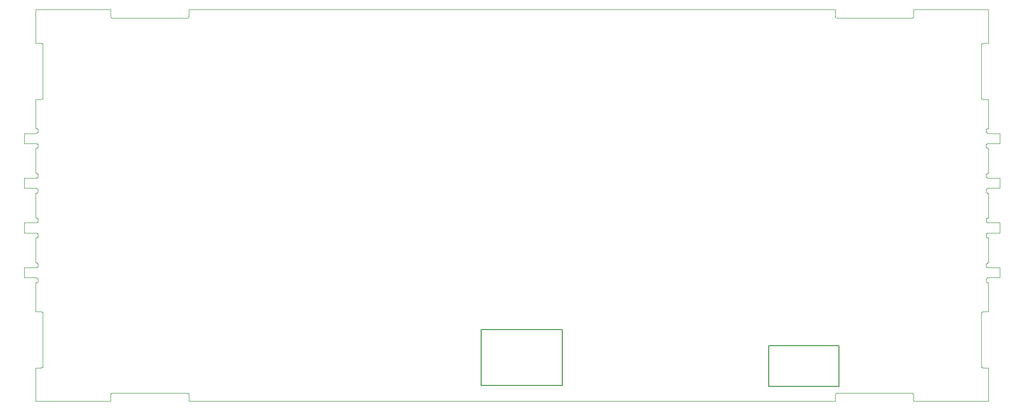
<source format=gbr>
G04 #@! TF.GenerationSoftware,KiCad,Pcbnew,(5.1.7)-1*
G04 #@! TF.CreationDate,2020-11-21T17:16:52+01:00*
G04 #@! TF.ProjectId,nixie_clock,6e697869-655f-4636-9c6f-636b2e6b6963,100A*
G04 #@! TF.SameCoordinates,Original*
G04 #@! TF.FileFunction,Profile,NP*
%FSLAX46Y46*%
G04 Gerber Fmt 4.6, Leading zero omitted, Abs format (unit mm)*
G04 Created by KiCad (PCBNEW (5.1.7)-1) date 2020-11-21 17:16:52*
%MOMM*%
%LPD*%
G01*
G04 APERTURE LIST*
G04 #@! TA.AperFunction,Profile*
%ADD10C,0.010000*%
G04 #@! TD*
G04 #@! TA.AperFunction,Profile*
%ADD11C,0.150000*%
G04 #@! TD*
G04 APERTURE END LIST*
D10*
X244852504Y-88947192D02*
X244864256Y-88957091D01*
X245132882Y-89057759D02*
X245148246Y-89058021D01*
X244864256Y-88957091D02*
X244876339Y-88966584D01*
X244819370Y-88915170D02*
X244830048Y-88926219D01*
X244735501Y-88787302D02*
X244741862Y-88801289D01*
X245998252Y-89058021D02*
X245998252Y-95008021D01*
X232648252Y-95008021D02*
X232648252Y-93958021D01*
X244067554Y-95008021D02*
X238648252Y-95008021D01*
X245117537Y-89056972D02*
X245132882Y-89057759D01*
X244954978Y-89014405D02*
X244968965Y-89020766D01*
X244841097Y-88936897D02*
X244852504Y-88947192D01*
X244809075Y-88903763D02*
X244819370Y-88915170D01*
X245102227Y-89055662D02*
X245117537Y-89056972D01*
X245041702Y-89045227D02*
X245056691Y-89048609D01*
X244927696Y-89000269D02*
X244941217Y-89007570D01*
X244983161Y-89026647D02*
X244997550Y-89032039D01*
X245012114Y-89036936D02*
X245026837Y-89041334D01*
X244997550Y-89032039D02*
X245012114Y-89036936D01*
X244914433Y-88992510D02*
X244927696Y-89000269D01*
X244876339Y-88966584D02*
X244888740Y-88975658D01*
X244763757Y-88841834D02*
X244771964Y-88854825D01*
X244724228Y-88758717D02*
X244729621Y-88773106D01*
X244711041Y-88714565D02*
X244714933Y-88729430D01*
X245071786Y-89051478D02*
X245086971Y-89053830D01*
X245056691Y-89048609D02*
X245071786Y-89051478D01*
X244799176Y-88892011D02*
X244809075Y-88903763D01*
X244901443Y-88984303D02*
X244914433Y-88992510D01*
X244888740Y-88975658D02*
X244901443Y-88984303D01*
X245026837Y-89041334D02*
X245041702Y-89045227D01*
X245086971Y-89053830D02*
X245102227Y-89055662D01*
X244780609Y-88867527D02*
X244789684Y-88879928D01*
X244729621Y-88773106D02*
X244735501Y-88787302D01*
X244719331Y-88744153D02*
X244724228Y-88758717D01*
X245148246Y-89058021D02*
X245998252Y-89058021D01*
X244789684Y-88879928D02*
X244799176Y-88892011D01*
X244830048Y-88926219D02*
X244841097Y-88936897D01*
X244741862Y-88801289D02*
X244748698Y-88815051D01*
X244968965Y-89020766D02*
X244983161Y-89026647D01*
X244748698Y-88815051D02*
X244755999Y-88828571D01*
X238648252Y-95008021D02*
X232648252Y-95008021D01*
X245998252Y-95008021D02*
X244067554Y-95008021D01*
X244941217Y-89007570D02*
X244954978Y-89014405D01*
X244755999Y-88828571D02*
X244763757Y-88841834D01*
X244771964Y-88854825D02*
X244780609Y-88867527D01*
X244714933Y-88729430D02*
X244719331Y-88744153D01*
X244819370Y-79100872D02*
X244809075Y-79112280D01*
X245086971Y-78962213D02*
X245071786Y-78964565D01*
X244755999Y-79187472D02*
X244748698Y-79200992D01*
X244841097Y-79079145D02*
X244830048Y-79089823D01*
X244763757Y-79174209D02*
X244755999Y-79187472D01*
X244864256Y-79058951D02*
X244852504Y-79068850D01*
X244914433Y-79023533D02*
X244901443Y-79031739D01*
X244927696Y-79015774D02*
X244914433Y-79023533D01*
X244941217Y-79008473D02*
X244927696Y-79015774D01*
X245117537Y-78959070D02*
X245102227Y-78960381D01*
X244954978Y-79001638D02*
X244941217Y-79008473D01*
X245957817Y-73806201D02*
X245968039Y-73807006D01*
X244748698Y-79200992D02*
X244741862Y-79214754D01*
X245026837Y-78974709D02*
X245012114Y-78979106D01*
X245041702Y-78970816D02*
X245026837Y-78974709D01*
X245988264Y-73807910D02*
X245998252Y-73808021D01*
X244729621Y-79242937D02*
X244724228Y-79257325D01*
X244888740Y-79040385D02*
X244876339Y-79049459D01*
X244711041Y-79301477D02*
X244707658Y-79316466D01*
X244771964Y-79161218D02*
X244763757Y-79174209D01*
X244901443Y-79031739D02*
X244888740Y-79040385D01*
X244997550Y-78984004D02*
X244983161Y-78989396D01*
X244968965Y-78995276D02*
X244954978Y-79001638D01*
X244983161Y-78989396D02*
X244968965Y-78995276D01*
X245148246Y-78958021D02*
X245132882Y-78958284D01*
X245132882Y-78958284D02*
X245117537Y-78959070D01*
X245968039Y-73807006D02*
X245978191Y-73807574D01*
X245071786Y-78964565D02*
X245056691Y-78967433D01*
X244719331Y-79271890D02*
X244714933Y-79286613D01*
X244830048Y-79089823D02*
X244819370Y-79100872D01*
X244707658Y-88699577D02*
X244711041Y-88714565D01*
X244704789Y-88684481D02*
X244707658Y-88699577D01*
X244702437Y-88669296D02*
X244704789Y-88684481D01*
X244700605Y-88654040D02*
X244702437Y-88669296D01*
X244876339Y-79049459D02*
X244864256Y-79058951D01*
X244698246Y-80808021D02*
X244698246Y-87208021D01*
X244699295Y-88638730D02*
X244700605Y-88654040D01*
X244698246Y-87208021D02*
X244698246Y-88608021D01*
X244741862Y-79214754D02*
X244735501Y-79228741D01*
X245012114Y-78979106D02*
X244997550Y-78984004D01*
X245947531Y-73805154D02*
X245957817Y-73806201D01*
X244698508Y-88623385D02*
X244699295Y-88638730D01*
X244698246Y-88608021D02*
X244698508Y-88623385D01*
X244698246Y-79408021D02*
X244698246Y-80808021D01*
X244698508Y-79392658D02*
X244698246Y-79408021D01*
X244852504Y-79068850D02*
X244841097Y-79079145D01*
X244724228Y-79257325D02*
X244719331Y-79271890D01*
X244780609Y-79148515D02*
X244771964Y-79161218D01*
X245056691Y-78967433D02*
X245041702Y-78970816D01*
X244699295Y-79377312D02*
X244698508Y-79392658D01*
X244704789Y-79331562D02*
X244702437Y-79346746D01*
X244700605Y-79362002D02*
X244699295Y-79377312D01*
X244702437Y-79346746D02*
X244700605Y-79362002D01*
X244707658Y-79316466D02*
X244704789Y-79331562D01*
X244789684Y-79136115D02*
X244780609Y-79148515D01*
X244809075Y-79112280D02*
X244799176Y-79124032D01*
X245978191Y-73807574D02*
X245988264Y-73807910D01*
X244714933Y-79286613D02*
X244711041Y-79301477D01*
X245998252Y-78958021D02*
X245148246Y-78958021D01*
X244735501Y-79228741D02*
X244729621Y-79242937D01*
X245102227Y-78960381D02*
X245086971Y-78962213D01*
X245998252Y-73808021D02*
X245998252Y-78958021D01*
X245937189Y-73803859D02*
X245947531Y-73805154D01*
X244799176Y-79124032D02*
X244789684Y-79136115D01*
X245588629Y-73544325D02*
X245593438Y-73554555D01*
X245832609Y-73776426D02*
X245843018Y-73780398D01*
X245822249Y-73772175D02*
X245832609Y-73776426D01*
X245801718Y-73762835D02*
X245811948Y-73767644D01*
X245548363Y-73348033D02*
X245548252Y-73358021D01*
X245811948Y-73767644D02*
X245822249Y-73772175D01*
X245732999Y-73721533D02*
X245742430Y-73728231D01*
X245593438Y-73554555D02*
X245598524Y-73564704D01*
X245575875Y-73513255D02*
X245579847Y-73523664D01*
X245551119Y-73408742D02*
X245552414Y-73419084D01*
X245791569Y-73757749D02*
X245801718Y-73762835D01*
X245752007Y-73734669D02*
X245761721Y-73740844D01*
X245548699Y-73337960D02*
X245548363Y-73348033D01*
X245771560Y-73746751D02*
X245781513Y-73752387D01*
X245723725Y-73714581D02*
X245732999Y-73721533D01*
X245714618Y-73707380D02*
X245723725Y-73714581D01*
X245634740Y-73623274D02*
X245641692Y-73632548D01*
X245584098Y-73534024D02*
X245588629Y-73544325D01*
X245572180Y-73502808D02*
X245575875Y-73513255D01*
X245705688Y-73699937D02*
X245714618Y-73707380D01*
X245680054Y-73676219D02*
X245688396Y-73684349D01*
X245621604Y-73604266D02*
X245628042Y-73613843D01*
X245648893Y-73641655D02*
X245656336Y-73650585D01*
X245664016Y-73659329D02*
X245671924Y-73667877D01*
X245656336Y-73650585D02*
X245664016Y-73659329D01*
X245615429Y-73594552D02*
X245621604Y-73604266D01*
X245598524Y-73564704D02*
X245603886Y-73574760D01*
X245557829Y-73450366D02*
X245560157Y-73460849D01*
X245549267Y-73388234D02*
X245550072Y-73398456D01*
X245548252Y-73358021D02*
X245548363Y-73368009D01*
X245696944Y-73692257D02*
X245705688Y-73699937D01*
X245688396Y-73684349D02*
X245696944Y-73692257D01*
X245568763Y-73492334D02*
X245572180Y-73502808D01*
X245609522Y-73584713D02*
X245615429Y-73594552D01*
X245603886Y-73574760D02*
X245609522Y-73584713D01*
X245671924Y-73667877D02*
X245680054Y-73676219D01*
X245562754Y-73471344D02*
X245565622Y-73481843D01*
X245551119Y-73307301D02*
X245550072Y-73317587D01*
X245550072Y-73398456D02*
X245551119Y-73408742D01*
X245548699Y-73378082D02*
X245549267Y-73388234D01*
X245742430Y-73728231D02*
X245752007Y-73734669D01*
X245565622Y-73481843D02*
X245568763Y-73492334D01*
X245579847Y-73523664D02*
X245584098Y-73534024D01*
X245552414Y-73419084D02*
X245553961Y-73429475D01*
X245641692Y-73632548D02*
X245648893Y-73641655D01*
X245905907Y-73798444D02*
X245916368Y-73800509D01*
X245895424Y-73796116D02*
X245905907Y-73798444D01*
X245874430Y-73790651D02*
X245884929Y-73793519D01*
X245863939Y-73787510D02*
X245874430Y-73790651D01*
X245553961Y-73429475D02*
X245555764Y-73439905D01*
X245552414Y-73296958D02*
X245551119Y-73307301D01*
X245550072Y-73317587D02*
X245549267Y-73327809D01*
X245843018Y-73780398D02*
X245853465Y-73784093D01*
X245781513Y-73752387D02*
X245791569Y-73757749D01*
X245761721Y-73740844D02*
X245771560Y-73746751D01*
X245628042Y-73613843D02*
X245634740Y-73623274D01*
X245555764Y-73439905D02*
X245557829Y-73450366D01*
X245549267Y-73327809D02*
X245548699Y-73337960D01*
X245560157Y-73460849D02*
X245562754Y-73471344D01*
X245548363Y-73368009D02*
X245548699Y-73378082D01*
X245926798Y-73802312D02*
X245937189Y-73803859D01*
X245916368Y-73800509D02*
X245926798Y-73802312D01*
X245884929Y-73793519D02*
X245895424Y-73796116D01*
X245853465Y-73784093D02*
X245863939Y-73787510D01*
X245696944Y-73023785D02*
X245688396Y-73031694D01*
X245680054Y-73039823D02*
X245671924Y-73048166D01*
X245588629Y-73171718D02*
X245584098Y-73182019D01*
X245628042Y-73102199D02*
X245621604Y-73111777D01*
X245905907Y-72917598D02*
X245895424Y-72919927D01*
X245634740Y-73092768D02*
X245628042Y-73102199D01*
X245723725Y-73001462D02*
X245714618Y-73008662D01*
X245978191Y-72908469D02*
X245968039Y-72909037D01*
X245874430Y-72925392D02*
X245863939Y-72928533D01*
X245884929Y-72922524D02*
X245874430Y-72925392D01*
X245621604Y-73111777D02*
X245615429Y-73121490D01*
X245752007Y-72981373D02*
X245742430Y-72987812D01*
X245957817Y-72909842D02*
X245947531Y-72910889D01*
X245553961Y-73286568D02*
X245552414Y-73296958D01*
X245562754Y-73244699D02*
X245560157Y-73255194D01*
X245705688Y-73016106D02*
X245696944Y-73023785D01*
X245603886Y-73141282D02*
X245598524Y-73151339D01*
X245822249Y-72943868D02*
X245811948Y-72948398D01*
X245853465Y-72931950D02*
X245843018Y-72935644D01*
X245641692Y-73083494D02*
X245634740Y-73092768D01*
X245555764Y-73276138D02*
X245553961Y-73286568D01*
X245557829Y-73265677D02*
X245555764Y-73276138D01*
X245714618Y-73008662D02*
X245705688Y-73016106D01*
X245579847Y-73192379D02*
X245575875Y-73202788D01*
X245584098Y-73182019D02*
X245579847Y-73192379D01*
X245982719Y-71107753D02*
X245998252Y-71108021D01*
X245593438Y-73161488D02*
X245588629Y-73171718D01*
X245615429Y-73121490D02*
X245609522Y-73131329D01*
X245951729Y-71105610D02*
X245967206Y-71106949D01*
X245688396Y-73031694D02*
X245680054Y-73039823D01*
X245937189Y-72912184D02*
X245926798Y-72913730D01*
X247998252Y-71108021D02*
X247998252Y-72908021D01*
X245998252Y-72908021D02*
X245988264Y-72908132D01*
X245998252Y-71108021D02*
X247998252Y-71108021D01*
X245761721Y-72975199D02*
X245752007Y-72981373D01*
X245967206Y-71106949D02*
X245982719Y-71107753D01*
X247998252Y-72908021D02*
X245998252Y-72908021D01*
X245895424Y-72919927D02*
X245884929Y-72922524D01*
X245988264Y-72908132D02*
X245978191Y-72908469D01*
X245916368Y-72915534D02*
X245905907Y-72917598D01*
X245968039Y-72909037D02*
X245957817Y-72909842D01*
X245560157Y-73255194D02*
X245557829Y-73265677D01*
X245565622Y-73234200D02*
X245562754Y-73244699D01*
X245598524Y-73151339D02*
X245593438Y-73161488D01*
X245648893Y-73074387D02*
X245641692Y-73083494D01*
X245801718Y-72953207D02*
X245791569Y-72958294D01*
X245732999Y-72994510D02*
X245723725Y-73001462D01*
X245832609Y-72939617D02*
X245822249Y-72943868D01*
X245843018Y-72935644D02*
X245832609Y-72939617D01*
X245575875Y-73202788D02*
X245572180Y-73213234D01*
X245656336Y-73065457D02*
X245648893Y-73074387D01*
X245742430Y-72987812D02*
X245732999Y-72994510D01*
X245781513Y-72963656D02*
X245771560Y-72969292D01*
X245863939Y-72928533D02*
X245853465Y-72931950D01*
X245926798Y-72913730D02*
X245916368Y-72915534D01*
X245671924Y-73048166D02*
X245664016Y-73056714D01*
X245811948Y-72948398D02*
X245801718Y-72953207D01*
X245568763Y-73223709D02*
X245565622Y-73234200D01*
X245572180Y-73213234D02*
X245568763Y-73223709D01*
X245947531Y-72910889D02*
X245937189Y-72912184D01*
X245609522Y-73131329D02*
X245603886Y-73141282D01*
X245664016Y-73056714D02*
X245656336Y-73065457D01*
X245771560Y-72969292D02*
X245761721Y-72975199D01*
X245791569Y-72958294D02*
X245781513Y-72963656D01*
X245789126Y-70259566D02*
X245775498Y-70267022D01*
X245845966Y-70234572D02*
X245831441Y-70240081D01*
X245860672Y-70229568D02*
X245845966Y-70234572D01*
X245752007Y-65734669D02*
X245761721Y-65740844D01*
X245978191Y-65807574D02*
X245988264Y-65807910D01*
X245832609Y-65776426D02*
X245843018Y-65780398D01*
X245875543Y-70225075D02*
X245860672Y-70229568D01*
X245936308Y-70212305D02*
X245920960Y-70214709D01*
X245982719Y-70208289D02*
X245967206Y-70209094D01*
X245791569Y-65757749D02*
X245801718Y-65762835D01*
X245801718Y-65762835D02*
X245811948Y-65767644D01*
X245968039Y-65807006D02*
X245978191Y-65807574D01*
X245957817Y-65806201D02*
X245968039Y-65807006D01*
X245926798Y-65802312D02*
X245937189Y-65803859D01*
X245998252Y-65808021D02*
X245998252Y-70208021D01*
X245920960Y-70214709D02*
X245905705Y-70217641D01*
X245951729Y-70210433D02*
X245936308Y-70212305D01*
X245998252Y-70208021D02*
X245982719Y-70208289D01*
X245937189Y-65803859D02*
X245947531Y-65805154D01*
X245905907Y-65798444D02*
X245916368Y-65800509D01*
X245895424Y-65796116D02*
X245905907Y-65798444D01*
X245822249Y-65772175D02*
X245832609Y-65776426D01*
X245736268Y-70292146D02*
X245723796Y-70301407D01*
X245817114Y-70246088D02*
X245803004Y-70252585D01*
X245916368Y-65800509D02*
X245926798Y-65802312D01*
X245874430Y-65790651D02*
X245884929Y-65793519D01*
X245677319Y-70342581D02*
X245666623Y-70353847D01*
X245688398Y-70331692D02*
X245677319Y-70342581D01*
X245853465Y-65784093D02*
X245863939Y-65787510D01*
X245771560Y-65746751D02*
X245781513Y-65752387D01*
X245723796Y-70301407D02*
X245711650Y-70311092D01*
X245884929Y-65793519D02*
X245895424Y-65796116D01*
X245781513Y-65752387D02*
X245791569Y-65757749D01*
X245761721Y-65740844D02*
X245771560Y-65746751D01*
X245890560Y-70221097D02*
X245875543Y-70225075D01*
X245699846Y-70321191D02*
X245688398Y-70331692D01*
X245831441Y-70240081D02*
X245817114Y-70246088D01*
X245947531Y-65805154D02*
X245957817Y-65806201D01*
X245711650Y-70311092D02*
X245699846Y-70321191D01*
X245988264Y-65807910D02*
X245998252Y-65808021D01*
X245905705Y-70217641D02*
X245890560Y-70221097D01*
X245803004Y-70252585D02*
X245789126Y-70259566D01*
X245863939Y-65787510D02*
X245874430Y-65790651D01*
X245742430Y-65728231D02*
X245752007Y-65734669D01*
X245967206Y-70209094D02*
X245951729Y-70210433D01*
X245843018Y-65780398D02*
X245853465Y-65784093D01*
X245762135Y-70274943D02*
X245749053Y-70283321D01*
X245749053Y-70283321D02*
X245736268Y-70292146D01*
X245775498Y-70267022D02*
X245762135Y-70274943D01*
X245732999Y-65721533D02*
X245742430Y-65728231D01*
X245811948Y-65767644D02*
X245822249Y-65772175D01*
X245603886Y-65574760D02*
X245609522Y-65584713D01*
X245598524Y-65564704D02*
X245603886Y-65574760D01*
X245557829Y-65450366D02*
X245560157Y-65460849D01*
X245609522Y-65584713D02*
X245615429Y-65594552D01*
X245555764Y-65276138D02*
X245553961Y-65286568D01*
X245551119Y-65408742D02*
X245552414Y-65419084D01*
X245593438Y-65554555D02*
X245598524Y-65564704D01*
X245579847Y-65523664D02*
X245584098Y-65534024D01*
X245634740Y-65092768D02*
X245628042Y-65102199D01*
X245588629Y-65544325D02*
X245593438Y-65554555D01*
X245548699Y-65337960D02*
X245548363Y-65348033D01*
X245550072Y-65398456D02*
X245551119Y-65408742D01*
X245568763Y-65223709D02*
X245565622Y-65234200D01*
X245621604Y-65604266D02*
X245628042Y-65613843D01*
X245557829Y-65265677D02*
X245555764Y-65276138D01*
X245575875Y-65513255D02*
X245579847Y-65523664D01*
X245572180Y-65502808D02*
X245575875Y-65513255D01*
X245593438Y-65161488D02*
X245588629Y-65171718D01*
X245575875Y-65202788D02*
X245572180Y-65213234D01*
X245609522Y-65131329D02*
X245603886Y-65141282D01*
X245621604Y-65111777D02*
X245615429Y-65121490D01*
X245588629Y-65171718D02*
X245584098Y-65182019D01*
X245641692Y-65632548D02*
X245648893Y-65641655D01*
X245598524Y-65151339D02*
X245593438Y-65161488D01*
X245552414Y-65419084D02*
X245553961Y-65429475D01*
X245572180Y-65213234D02*
X245568763Y-65223709D01*
X245615429Y-65121490D02*
X245609522Y-65131329D01*
X245688396Y-65684349D02*
X245696944Y-65692257D01*
X245723725Y-65714581D02*
X245732999Y-65721533D01*
X245552414Y-65296958D02*
X245551119Y-65307301D01*
X245680054Y-65676219D02*
X245688396Y-65684349D01*
X245656336Y-65650585D02*
X245664016Y-65659329D01*
X245714618Y-65707380D02*
X245723725Y-65714581D01*
X245562754Y-65244699D02*
X245560157Y-65255194D01*
X245628042Y-65613843D02*
X245634740Y-65623274D01*
X245548252Y-65358021D02*
X245548363Y-65368009D01*
X245568763Y-65492334D02*
X245572180Y-65502808D01*
X245565622Y-65481843D02*
X245568763Y-65492334D01*
X245555764Y-65439905D02*
X245557829Y-65450366D01*
X245553961Y-65429475D02*
X245555764Y-65439905D01*
X245549267Y-65388234D02*
X245550072Y-65398456D01*
X245664016Y-65659329D02*
X245671924Y-65667877D01*
X245705688Y-65699937D02*
X245714618Y-65707380D01*
X245648893Y-65641655D02*
X245656336Y-65650585D01*
X245562754Y-65471344D02*
X245565622Y-65481843D01*
X245579847Y-65192379D02*
X245575875Y-65202788D01*
X245551119Y-65307301D02*
X245550072Y-65317587D01*
X245565622Y-65234200D02*
X245562754Y-65244699D01*
X245560157Y-65460849D02*
X245562754Y-65471344D01*
X245696944Y-65692257D02*
X245705688Y-65699937D01*
X245548363Y-65348033D02*
X245548252Y-65358021D01*
X245628042Y-65102199D02*
X245621604Y-65111777D01*
X245584098Y-65182019D02*
X245579847Y-65192379D01*
X245584098Y-65534024D02*
X245588629Y-65544325D01*
X245671924Y-65667877D02*
X245680054Y-65676219D01*
X245548699Y-65378082D02*
X245549267Y-65388234D01*
X245634740Y-65623274D02*
X245641692Y-65632548D01*
X245550072Y-65317587D02*
X245549267Y-65327809D01*
X245560157Y-65255194D02*
X245557829Y-65265677D01*
X245603886Y-65141282D02*
X245598524Y-65151339D01*
X245548363Y-65368009D02*
X245548699Y-65378082D01*
X245553961Y-65286568D02*
X245552414Y-65296958D01*
X245549267Y-65327809D02*
X245548699Y-65337960D01*
X245615429Y-65594552D02*
X245621604Y-65604266D01*
X245699846Y-62994851D02*
X245711650Y-63004950D01*
X245822249Y-64943868D02*
X245811948Y-64948398D01*
X245832609Y-64939617D02*
X245822249Y-64943868D01*
X245688396Y-65031694D02*
X245680054Y-65039823D01*
X245696944Y-65023785D02*
X245688396Y-65031694D01*
X245705688Y-65016106D02*
X245696944Y-65023785D01*
X245781513Y-64963656D02*
X245771560Y-64969292D01*
X245863939Y-64928533D02*
X245853465Y-64931950D01*
X245860672Y-63086474D02*
X245875543Y-63090968D01*
X245711650Y-63004950D02*
X245723796Y-63014636D01*
X245936308Y-63103738D02*
X245951729Y-63105610D01*
X245714618Y-65008662D02*
X245705688Y-65016106D01*
X245732999Y-64994510D02*
X245723725Y-65001462D01*
X245742430Y-64987812D02*
X245732999Y-64994510D01*
X245752007Y-64981373D02*
X245742430Y-64987812D01*
X245926798Y-64913730D02*
X245916368Y-64915534D01*
X245803004Y-63063457D02*
X245817114Y-63069955D01*
X245688398Y-62984351D02*
X245699846Y-62994851D01*
X245761721Y-64975199D02*
X245752007Y-64981373D01*
X245967206Y-63106949D02*
X245982719Y-63107753D01*
X245905705Y-63098402D02*
X245920960Y-63101334D01*
X245775498Y-63049021D02*
X245789126Y-63056477D01*
X245831441Y-63075962D02*
X245845966Y-63081470D01*
X245771560Y-64969292D02*
X245761721Y-64975199D01*
X245801718Y-64953207D02*
X245791569Y-64958294D01*
X245968039Y-64909037D02*
X245957817Y-64909842D01*
X245998252Y-63108021D02*
X247998252Y-63108021D01*
X245845966Y-63081470D02*
X245860672Y-63086474D01*
X245723796Y-63014636D02*
X245736268Y-63023897D01*
X245762135Y-63041099D02*
X245775498Y-63049021D01*
X245811948Y-64948398D02*
X245801718Y-64953207D01*
X245920960Y-63101334D02*
X245936308Y-63103738D01*
X247998252Y-63108021D02*
X247998252Y-64908021D01*
X245749053Y-63032721D02*
X245762135Y-63041099D01*
X245736268Y-63023897D02*
X245749053Y-63032721D01*
X245905907Y-64917598D02*
X245895424Y-64919927D01*
X245895424Y-64919927D02*
X245884929Y-64922524D01*
X245791569Y-64958294D02*
X245781513Y-64963656D01*
X245843018Y-64935644D02*
X245832609Y-64939617D01*
X245947531Y-64910889D02*
X245937189Y-64912184D01*
X245951729Y-63105610D02*
X245967206Y-63106949D01*
X245988264Y-64908132D02*
X245978191Y-64908469D01*
X245677319Y-62973461D02*
X245688398Y-62984351D01*
X245875543Y-63090968D02*
X245890560Y-63094945D01*
X245817114Y-63069955D02*
X245831441Y-63075962D01*
X245916368Y-64915534D02*
X245905907Y-64917598D01*
X245937189Y-64912184D02*
X245926798Y-64913730D01*
X245853465Y-64931950D02*
X245843018Y-64935644D01*
X245884929Y-64922524D02*
X245874430Y-64925392D01*
X245982719Y-63107753D02*
X245998252Y-63108021D01*
X245957817Y-64909842D02*
X245947531Y-64910889D01*
X245978191Y-64908469D02*
X245968039Y-64909037D01*
X245998252Y-64908021D02*
X245988264Y-64908132D01*
X247998252Y-64908021D02*
X245998252Y-64908021D01*
X245641692Y-65083494D02*
X245634740Y-65092768D01*
X245648893Y-65074387D02*
X245641692Y-65083494D01*
X245789126Y-63056477D02*
X245803004Y-63063457D01*
X245656336Y-65065457D02*
X245648893Y-65074387D01*
X245664016Y-65056714D02*
X245656336Y-65065457D01*
X245671924Y-65048166D02*
X245664016Y-65056714D01*
X245680054Y-65039823D02*
X245671924Y-65048166D01*
X245723725Y-65001462D02*
X245714618Y-65008662D01*
X245874430Y-64925392D02*
X245863939Y-64928533D01*
X245890560Y-63094945D02*
X245905705Y-63098402D01*
X245736268Y-62292146D02*
X245723796Y-62301407D01*
X245711650Y-62311092D02*
X245699846Y-62321191D01*
X245636953Y-62389762D02*
X245627909Y-62402392D01*
X245817114Y-62246088D02*
X245803004Y-62252585D01*
X245583253Y-62484021D02*
X245577494Y-62498449D01*
X245845966Y-62234572D02*
X245831441Y-62240081D01*
X245646428Y-62377451D02*
X245636953Y-62389762D01*
X245775498Y-62267022D02*
X245762135Y-62274943D01*
X245553671Y-62727650D02*
X245556339Y-62742953D01*
X245905705Y-62217641D02*
X245890560Y-62221097D01*
X245920960Y-62214709D02*
X245905705Y-62217641D01*
X245936308Y-62212305D02*
X245920960Y-62214709D01*
X245627909Y-62402392D02*
X245619306Y-62415327D01*
X245666623Y-62962196D02*
X245677319Y-62973461D01*
X245553671Y-62588393D02*
X245551533Y-62603780D01*
X245749053Y-62283321D02*
X245736268Y-62292146D01*
X245603465Y-62442049D02*
X245596246Y-62455805D01*
X245875543Y-62225075D02*
X245860672Y-62229568D01*
X245656321Y-62950568D02*
X245666623Y-62962196D01*
X245656321Y-62365474D02*
X245646428Y-62377451D01*
X245646428Y-62938592D02*
X245656321Y-62950568D01*
X245611155Y-62887491D02*
X245619306Y-62900715D01*
X245762135Y-62274943D02*
X245749053Y-62283321D01*
X245890560Y-62221097D02*
X245875543Y-62225075D01*
X245572237Y-62802976D02*
X245577494Y-62817594D01*
X245577494Y-62498449D02*
X245572237Y-62513067D01*
X245559534Y-62758156D02*
X245563252Y-62773239D01*
X245572237Y-62513067D02*
X245567488Y-62527858D01*
X245589506Y-62469801D02*
X245583253Y-62484021D01*
X245723796Y-62301407D02*
X245711650Y-62311092D01*
X245636953Y-62926281D02*
X245646428Y-62938592D01*
X245627909Y-62913650D02*
X245636953Y-62926281D01*
X245619306Y-62900715D02*
X245627909Y-62913650D01*
X245603465Y-62873993D02*
X245611155Y-62887491D01*
X245860672Y-62229568D02*
X245845966Y-62234572D01*
X245549927Y-62619231D02*
X245548855Y-62634729D01*
X245577494Y-62817594D02*
X245583253Y-62832021D01*
X245548855Y-62681314D02*
X245549927Y-62696811D01*
X245567488Y-62788185D02*
X245572237Y-62802976D01*
X245619306Y-62415327D02*
X245611155Y-62428552D01*
X245548855Y-62634729D02*
X245548319Y-62650254D01*
X245596246Y-62860238D02*
X245603465Y-62873993D01*
X245589506Y-62846242D02*
X245596246Y-62860238D01*
X245583253Y-62832021D02*
X245589506Y-62846242D01*
X245551533Y-62603780D02*
X245549927Y-62619231D01*
X245831441Y-62240081D02*
X245817114Y-62246088D01*
X245596246Y-62455805D02*
X245589506Y-62469801D01*
X245666623Y-62353847D02*
X245656321Y-62365474D01*
X245789126Y-62259566D02*
X245775498Y-62267022D01*
X245548319Y-62665789D02*
X245548855Y-62681314D01*
X245567488Y-62527858D02*
X245563252Y-62542804D01*
X245549927Y-62696811D02*
X245551533Y-62712263D01*
X245563252Y-62773239D02*
X245567488Y-62788185D01*
X245556339Y-62742953D02*
X245559534Y-62758156D01*
X245803004Y-62252585D02*
X245789126Y-62259566D01*
X245699846Y-62321191D02*
X245688398Y-62331692D01*
X245677319Y-62342581D02*
X245666623Y-62353847D01*
X245551533Y-62712263D02*
X245553671Y-62727650D01*
X245548319Y-62650254D02*
X245548319Y-62665789D01*
X245559534Y-62557887D02*
X245556339Y-62573089D01*
X245611155Y-62428552D02*
X245603465Y-62442049D01*
X245556339Y-62573089D02*
X245553671Y-62588393D01*
X245563252Y-62542804D02*
X245559534Y-62557887D01*
X245688398Y-62331692D02*
X245677319Y-62342581D01*
X245947531Y-57805154D02*
X245957817Y-57806201D01*
X245926798Y-57802312D02*
X245937189Y-57803859D01*
X245696944Y-57692257D02*
X245705688Y-57699937D01*
X245579847Y-57523664D02*
X245584098Y-57534024D01*
X245609522Y-57584713D02*
X245615429Y-57594552D01*
X245641692Y-57632548D02*
X245648893Y-57641655D01*
X245562754Y-57471344D02*
X245565622Y-57481843D01*
X245551119Y-57408742D02*
X245552414Y-57419084D01*
X245723725Y-57714581D02*
X245732999Y-57721533D01*
X245714618Y-57707380D02*
X245723725Y-57714581D01*
X245843018Y-57780398D02*
X245853465Y-57784093D01*
X245656336Y-57650585D02*
X245664016Y-57659329D01*
X245603886Y-57574760D02*
X245609522Y-57584713D01*
X245978191Y-57807574D02*
X245988264Y-57807910D01*
X245565622Y-57481843D02*
X245568763Y-57492334D01*
X245874430Y-57790651D02*
X245884929Y-57793519D01*
X245951729Y-62210433D02*
X245936308Y-62212305D01*
X245771560Y-57746751D02*
X245781513Y-57752387D01*
X245742430Y-57728231D02*
X245752007Y-57734669D01*
X245967206Y-62209094D02*
X245951729Y-62210433D01*
X245982719Y-62208289D02*
X245967206Y-62209094D01*
X245998252Y-62208021D02*
X245982719Y-62208289D01*
X245957817Y-57806201D02*
X245968039Y-57807006D01*
X245916368Y-57800509D02*
X245926798Y-57802312D01*
X245905907Y-57798444D02*
X245916368Y-57800509D01*
X245552414Y-57419084D02*
X245553961Y-57429475D01*
X245853465Y-57784093D02*
X245863939Y-57787510D01*
X245553961Y-57429475D02*
X245555764Y-57439905D01*
X245998252Y-57808021D02*
X245998252Y-62208021D01*
X245615429Y-57594552D02*
X245621604Y-57604266D01*
X245832609Y-57776426D02*
X245843018Y-57780398D01*
X245705688Y-57699937D02*
X245714618Y-57707380D01*
X245671924Y-57667877D02*
X245680054Y-57676219D01*
X245628042Y-57613843D02*
X245634740Y-57623274D01*
X245688396Y-57684349D02*
X245696944Y-57692257D01*
X245572180Y-57502808D02*
X245575875Y-57513255D01*
X245621604Y-57604266D02*
X245628042Y-57613843D01*
X245588629Y-57544325D02*
X245593438Y-57554555D01*
X245634740Y-57623274D02*
X245641692Y-57632548D01*
X245648893Y-57641655D02*
X245656336Y-57650585D01*
X245575875Y-57513255D02*
X245579847Y-57523664D01*
X245988264Y-57807910D02*
X245998252Y-57808021D01*
X245968039Y-57807006D02*
X245978191Y-57807574D01*
X245937189Y-57803859D02*
X245947531Y-57805154D01*
X245895424Y-57796116D02*
X245905907Y-57798444D01*
X245791569Y-57757749D02*
X245801718Y-57762835D01*
X245761721Y-57740844D02*
X245771560Y-57746751D01*
X245752007Y-57734669D02*
X245761721Y-57740844D01*
X245568763Y-57492334D02*
X245572180Y-57502808D01*
X245584098Y-57534024D02*
X245588629Y-57544325D01*
X245555764Y-57439905D02*
X245557829Y-57450366D01*
X245593438Y-57554555D02*
X245598524Y-57564704D01*
X245811948Y-57767644D02*
X245822249Y-57772175D01*
X245732999Y-57721533D02*
X245742430Y-57728231D01*
X245680054Y-57676219D02*
X245688396Y-57684349D01*
X245863939Y-57787510D02*
X245874430Y-57790651D01*
X245781513Y-57752387D02*
X245791569Y-57757749D01*
X245598524Y-57564704D02*
X245603886Y-57574760D01*
X245664016Y-57659329D02*
X245671924Y-57667877D01*
X245560157Y-57460849D02*
X245562754Y-57471344D01*
X245884929Y-57793519D02*
X245895424Y-57796116D01*
X245822249Y-57772175D02*
X245832609Y-57776426D01*
X245801718Y-57762835D02*
X245811948Y-57767644D01*
X245557829Y-57450366D02*
X245560157Y-57460849D01*
X245572180Y-57213234D02*
X245568763Y-57223709D01*
X245705688Y-57016106D02*
X245696944Y-57023785D01*
X245584098Y-57182019D02*
X245579847Y-57192379D01*
X245593438Y-57161488D02*
X245588629Y-57171718D01*
X245615429Y-57121490D02*
X245609522Y-57131329D01*
X245621604Y-57111777D02*
X245615429Y-57121490D01*
X245628042Y-57102199D02*
X245621604Y-57111777D01*
X245723725Y-57001462D02*
X245714618Y-57008662D01*
X245926798Y-56913730D02*
X245916368Y-56915534D01*
X245937189Y-56912184D02*
X245926798Y-56913730D01*
X245634740Y-57092768D02*
X245628042Y-57102199D01*
X245801718Y-56953207D02*
X245791569Y-56958294D01*
X245565622Y-57234200D02*
X245562754Y-57244699D01*
X245671924Y-57048166D02*
X245664016Y-57056714D01*
X245680054Y-57039823D02*
X245671924Y-57048166D01*
X245771560Y-56969292D02*
X245761721Y-56975199D01*
X245603886Y-57141282D02*
X245598524Y-57151339D01*
X245874430Y-56925392D02*
X245863939Y-56928533D01*
X245905907Y-56917598D02*
X245895424Y-56919927D01*
X245568763Y-57223709D02*
X245565622Y-57234200D01*
X245609522Y-57131329D02*
X245603886Y-57141282D01*
X245656336Y-57065457D02*
X245648893Y-57074387D01*
X245641692Y-57083494D02*
X245634740Y-57092768D01*
X245648893Y-57074387D02*
X245641692Y-57083494D01*
X245742430Y-56987812D02*
X245732999Y-56994510D01*
X245732999Y-56994510D02*
X245723725Y-57001462D01*
X245791569Y-56958294D02*
X245781513Y-56963656D01*
X245696944Y-57023785D02*
X245688396Y-57031694D01*
X245550072Y-57398456D02*
X245551119Y-57408742D01*
X245560157Y-57255194D02*
X245557829Y-57265677D01*
X245549267Y-57388234D02*
X245550072Y-57398456D01*
X245548699Y-57378082D02*
X245549267Y-57388234D01*
X245548363Y-57368009D02*
X245548699Y-57378082D01*
X245548252Y-57358021D02*
X245548363Y-57368009D01*
X245598524Y-57151339D02*
X245593438Y-57161488D01*
X245548363Y-57348033D02*
X245548252Y-57358021D01*
X245548699Y-57337960D02*
X245548363Y-57348033D01*
X245549267Y-57327809D02*
X245548699Y-57337960D01*
X245664016Y-57056714D02*
X245656336Y-57065457D01*
X245947531Y-56910889D02*
X245937189Y-56912184D01*
X245811948Y-56948398D02*
X245801718Y-56953207D01*
X245550072Y-57317587D02*
X245549267Y-57327809D01*
X245551119Y-57307301D02*
X245550072Y-57317587D01*
X245575875Y-57202788D02*
X245572180Y-57213234D01*
X245588629Y-57171718D02*
X245584098Y-57182019D01*
X245853465Y-56931950D02*
X245843018Y-56935644D01*
X245688396Y-57031694D02*
X245680054Y-57039823D01*
X245884929Y-56922524D02*
X245874430Y-56925392D01*
X245895424Y-56919927D02*
X245884929Y-56922524D01*
X245552414Y-57296958D02*
X245551119Y-57307301D01*
X245553961Y-57286568D02*
X245552414Y-57296958D01*
X245555764Y-57276138D02*
X245553961Y-57286568D01*
X245832609Y-56939617D02*
X245822249Y-56943868D01*
X245579847Y-57192379D02*
X245575875Y-57202788D01*
X245916368Y-56915534D02*
X245905907Y-56917598D01*
X245781513Y-56963656D02*
X245771560Y-56969292D01*
X245863939Y-56928533D02*
X245853465Y-56931950D01*
X245557829Y-57265677D02*
X245555764Y-57276138D01*
X245752007Y-56981373D02*
X245742430Y-56987812D01*
X245562754Y-57244699D02*
X245560157Y-57255194D01*
X245714618Y-57008662D02*
X245705688Y-57016106D01*
X245761721Y-56975199D02*
X245752007Y-56981373D01*
X245822249Y-56943868D02*
X245811948Y-56948398D01*
X245843018Y-56935644D02*
X245832609Y-56939617D01*
X245711650Y-55004950D02*
X245723796Y-55014636D01*
X245548319Y-54665789D02*
X245548855Y-54681314D01*
X245982719Y-55107753D02*
X245998252Y-55108021D01*
X245967206Y-55106949D02*
X245982719Y-55107753D01*
X245920960Y-55101334D02*
X245936308Y-55103738D01*
X245875543Y-55090968D02*
X245890560Y-55094945D01*
X245723796Y-55014636D02*
X245736268Y-55023897D01*
X245677319Y-54973461D02*
X245688398Y-54984351D01*
X245589506Y-54846242D02*
X245596246Y-54860238D01*
X245548855Y-54634729D02*
X245548319Y-54650254D01*
X245860672Y-55086474D02*
X245875543Y-55090968D01*
X245572237Y-54513067D02*
X245567488Y-54527858D01*
X245845966Y-55081470D02*
X245860672Y-55086474D01*
X245553671Y-54727650D02*
X245556339Y-54742953D01*
X245551533Y-54712263D02*
X245553671Y-54727650D01*
X245559534Y-54557887D02*
X245556339Y-54573089D01*
X245817114Y-55069955D02*
X245831441Y-55075962D01*
X245699846Y-54994851D02*
X245711650Y-55004950D01*
X245666623Y-54962196D02*
X245677319Y-54973461D01*
X245789126Y-55056477D02*
X245803004Y-55063457D01*
X245775498Y-55049021D02*
X245789126Y-55056477D01*
X245559534Y-54758156D02*
X245563252Y-54773239D01*
X245736268Y-55023897D02*
X245749053Y-55032721D01*
X245563252Y-54773239D02*
X245567488Y-54788185D01*
X245551533Y-54603780D02*
X245549927Y-54619231D01*
X245549927Y-54619231D02*
X245548855Y-54634729D01*
X245567488Y-54527858D02*
X245563252Y-54542804D01*
X245548855Y-54681314D02*
X245549927Y-54696811D01*
X245619306Y-54900715D02*
X245627909Y-54913650D01*
X245577494Y-54817594D02*
X245583253Y-54832021D01*
X245951729Y-55105610D02*
X245967206Y-55106949D01*
X245936308Y-55103738D02*
X245951729Y-55105610D01*
X245656321Y-54950568D02*
X245666623Y-54962196D01*
X245762135Y-55041099D02*
X245775498Y-55049021D01*
X245749053Y-55032721D02*
X245762135Y-55041099D01*
X245890560Y-55094945D02*
X245905705Y-55098402D01*
X245636953Y-54926281D02*
X245646428Y-54938592D01*
X245583253Y-54832021D02*
X245589506Y-54846242D01*
X245572237Y-54802976D02*
X245577494Y-54817594D01*
X245556339Y-54742953D02*
X245559534Y-54758156D01*
X245577494Y-54498449D02*
X245572237Y-54513067D01*
X245646428Y-54938592D02*
X245656321Y-54950568D01*
X245688398Y-54984351D02*
X245699846Y-54994851D01*
X245596246Y-54860238D02*
X245603465Y-54873993D01*
X245831441Y-55075962D02*
X245845966Y-55081470D01*
X245957817Y-56909842D02*
X245947531Y-56910889D01*
X245968039Y-56909037D02*
X245957817Y-56909842D01*
X245978191Y-56908469D02*
X245968039Y-56909037D01*
X245549927Y-54696811D02*
X245551533Y-54712263D01*
X245988264Y-56908132D02*
X245978191Y-56908469D01*
X245603465Y-54873993D02*
X245611155Y-54887491D01*
X245998252Y-56908021D02*
X245988264Y-56908132D01*
X247998252Y-56908021D02*
X245998252Y-56908021D01*
X247998252Y-55108021D02*
X247998252Y-56908021D01*
X245803004Y-55063457D02*
X245817114Y-55069955D01*
X245627909Y-54913650D02*
X245636953Y-54926281D01*
X245563252Y-54542804D02*
X245559534Y-54557887D01*
X245611155Y-54887491D02*
X245619306Y-54900715D01*
X245553671Y-54588393D02*
X245551533Y-54603780D01*
X245567488Y-54788185D02*
X245572237Y-54802976D01*
X245998252Y-55108021D02*
X247998252Y-55108021D01*
X245548319Y-54650254D02*
X245548319Y-54665789D01*
X245556339Y-54573089D02*
X245553671Y-54588393D01*
X245905705Y-55098402D02*
X245920960Y-55101334D01*
X245947531Y-49805154D02*
X245957817Y-49806201D01*
X245666623Y-54353847D02*
X245656321Y-54365474D01*
X245677319Y-54342581D02*
X245666623Y-54353847D01*
X245699846Y-54321191D02*
X245688398Y-54331692D01*
X245752007Y-49734669D02*
X245761721Y-49740844D01*
X245789126Y-54259566D02*
X245775498Y-54267022D01*
X245905705Y-54217641D02*
X245890560Y-54221097D01*
X245957817Y-49806201D02*
X245968039Y-49807006D01*
X245916368Y-49800509D02*
X245926798Y-49802312D01*
X245811948Y-49767644D02*
X245822249Y-49772175D01*
X245646428Y-54377451D02*
X245636953Y-54389762D01*
X245762135Y-54274943D02*
X245749053Y-54283321D01*
X245742430Y-49728231D02*
X245752007Y-49734669D01*
X245688398Y-54331692D02*
X245677319Y-54342581D01*
X245711650Y-54311092D02*
X245699846Y-54321191D01*
X245736268Y-54292146D02*
X245723796Y-54301407D01*
X245967206Y-54209094D02*
X245951729Y-54210433D01*
X245937189Y-49803859D02*
X245947531Y-49805154D01*
X245905907Y-49798444D02*
X245916368Y-49800509D01*
X245775498Y-54267022D02*
X245762135Y-54274943D01*
X245860672Y-54229568D02*
X245845966Y-54234572D01*
X245998252Y-54208021D02*
X245982719Y-54208289D01*
X245936308Y-54212305D02*
X245920960Y-54214709D01*
X245803004Y-54252585D02*
X245789126Y-54259566D01*
X245920960Y-54214709D02*
X245905705Y-54217641D01*
X245998252Y-49808021D02*
X245998252Y-54208021D01*
X245968039Y-49807006D02*
X245978191Y-49807574D01*
X245853465Y-49784093D02*
X245863939Y-49787510D01*
X245791569Y-49757749D02*
X245801718Y-49762835D01*
X245761721Y-49740844D02*
X245771560Y-49746751D01*
X245817114Y-54246088D02*
X245803004Y-54252585D01*
X245845966Y-54234572D02*
X245831441Y-54240081D01*
X245895424Y-49796116D02*
X245905907Y-49798444D01*
X245988264Y-49807910D02*
X245998252Y-49808021D01*
X245978191Y-49807574D02*
X245988264Y-49807910D01*
X245831441Y-54240081D02*
X245817114Y-54246088D01*
X245874430Y-49790651D02*
X245884929Y-49793519D01*
X245714618Y-49707380D02*
X245723725Y-49714581D01*
X245801718Y-49762835D02*
X245811948Y-49767644D01*
X245781513Y-49752387D02*
X245791569Y-49757749D01*
X245890560Y-54221097D02*
X245875543Y-54225075D01*
X245884929Y-49793519D02*
X245895424Y-49796116D01*
X245926798Y-49802312D02*
X245937189Y-49803859D01*
X245822249Y-49772175D02*
X245832609Y-49776426D01*
X245951729Y-54210433D02*
X245936308Y-54212305D01*
X245603465Y-54442049D02*
X245596246Y-54455805D01*
X245589506Y-54469801D02*
X245583253Y-54484021D01*
X245627909Y-54402392D02*
X245619306Y-54415327D01*
X245636953Y-54389762D02*
X245627909Y-54402392D01*
X245611155Y-54428552D02*
X245603465Y-54442049D01*
X245832609Y-49776426D02*
X245843018Y-49780398D01*
X245723725Y-49714581D02*
X245732999Y-49721533D01*
X245656321Y-54365474D02*
X245646428Y-54377451D01*
X245723796Y-54301407D02*
X245711650Y-54311092D01*
X245749053Y-54283321D02*
X245736268Y-54292146D01*
X245982719Y-54208289D02*
X245967206Y-54209094D01*
X245843018Y-49780398D02*
X245853465Y-49784093D01*
X245732999Y-49721533D02*
X245742430Y-49728231D01*
X245863939Y-49787510D02*
X245874430Y-49790651D01*
X245771560Y-49746751D02*
X245781513Y-49752387D01*
X245583253Y-54484021D02*
X245577494Y-54498449D01*
X245596246Y-54455805D02*
X245589506Y-54469801D01*
X245619306Y-54415327D02*
X245611155Y-54428552D01*
X245875543Y-54225075D02*
X245860672Y-54229568D01*
X245553961Y-49429475D02*
X245555764Y-49439905D01*
X245588629Y-49171718D02*
X245584098Y-49182019D01*
X245593438Y-49161488D02*
X245588629Y-49171718D01*
X245548363Y-49368009D02*
X245548699Y-49378082D01*
X245550072Y-49398456D02*
X245551119Y-49408742D01*
X245548363Y-49348033D02*
X245548252Y-49358021D01*
X245572180Y-49213234D02*
X245568763Y-49223709D01*
X245551119Y-49307301D02*
X245550072Y-49317587D01*
X245609522Y-49131329D02*
X245603886Y-49141282D01*
X245552414Y-49296958D02*
X245551119Y-49307301D01*
X245555764Y-49276138D02*
X245553961Y-49286568D01*
X245553961Y-49286568D02*
X245552414Y-49296958D01*
X245584098Y-49534024D02*
X245588629Y-49544325D01*
X245552414Y-49419084D02*
X245553961Y-49429475D01*
X245562754Y-49244699D02*
X245560157Y-49255194D01*
X245648893Y-49074387D02*
X245641692Y-49083494D01*
X245598524Y-49564704D02*
X245603886Y-49574760D01*
X245549267Y-49327809D02*
X245548699Y-49337960D01*
X245705688Y-49699937D02*
X245714618Y-49707380D01*
X245572180Y-49502808D02*
X245575875Y-49513255D01*
X245696944Y-49692257D02*
X245705688Y-49699937D01*
X245551119Y-49408742D02*
X245552414Y-49419084D01*
X245550072Y-49317587D02*
X245549267Y-49327809D01*
X245557829Y-49265677D02*
X245555764Y-49276138D01*
X245688396Y-49684349D02*
X245696944Y-49692257D01*
X245621604Y-49604266D02*
X245628042Y-49613843D01*
X245680054Y-49676219D02*
X245688396Y-49684349D01*
X245628042Y-49613843D02*
X245634740Y-49623274D01*
X245609522Y-49584713D02*
X245615429Y-49594552D01*
X245555764Y-49439905D02*
X245557829Y-49450366D01*
X245579847Y-49192379D02*
X245575875Y-49202788D01*
X245671924Y-49667877D02*
X245680054Y-49676219D01*
X245664016Y-49659329D02*
X245671924Y-49667877D01*
X245548699Y-49337960D02*
X245548363Y-49348033D01*
X245584098Y-49182019D02*
X245579847Y-49192379D01*
X245634740Y-49092768D02*
X245628042Y-49102199D01*
X245628042Y-49102199D02*
X245621604Y-49111777D01*
X245575875Y-49202788D02*
X245572180Y-49213234D01*
X245588629Y-49544325D02*
X245593438Y-49554555D01*
X245560157Y-49255194D02*
X245557829Y-49265677D01*
X245656336Y-49650585D02*
X245664016Y-49659329D01*
X245648893Y-49641655D02*
X245656336Y-49650585D01*
X245603886Y-49574760D02*
X245609522Y-49584713D01*
X245548252Y-49358021D02*
X245548363Y-49368009D01*
X245565622Y-49234200D02*
X245562754Y-49244699D01*
X245641692Y-49083494D02*
X245634740Y-49092768D01*
X245598524Y-49151339D02*
X245593438Y-49161488D01*
X245568763Y-49492334D02*
X245572180Y-49502808D01*
X245549267Y-49388234D02*
X245550072Y-49398456D01*
X245634740Y-49623274D02*
X245641692Y-49632548D01*
X245621604Y-49111777D02*
X245615429Y-49121490D01*
X245603886Y-49141282D02*
X245598524Y-49151339D01*
X245641692Y-49632548D02*
X245648893Y-49641655D01*
X245568763Y-49223709D02*
X245565622Y-49234200D01*
X245548699Y-49378082D02*
X245549267Y-49388234D01*
X245560157Y-49460849D02*
X245562754Y-49471344D01*
X245565622Y-49481843D02*
X245568763Y-49492334D01*
X245615429Y-49594552D02*
X245621604Y-49604266D01*
X245593438Y-49554555D02*
X245598524Y-49564704D01*
X245579847Y-49523664D02*
X245584098Y-49534024D01*
X245575875Y-49513255D02*
X245579847Y-49523664D01*
X245562754Y-49471344D02*
X245565622Y-49481843D01*
X245557829Y-49450366D02*
X245560157Y-49460849D01*
X245615429Y-49121490D02*
X245609522Y-49131329D01*
X245831441Y-47075962D02*
X245845966Y-47081470D01*
X245817114Y-47069955D02*
X245831441Y-47075962D01*
X245677319Y-46973461D02*
X245688398Y-46984351D01*
X245860672Y-47086474D02*
X245875543Y-47090968D01*
X245947531Y-48910889D02*
X245937189Y-48912184D01*
X245982719Y-47107753D02*
X245998252Y-47108021D01*
X245803004Y-47063457D02*
X245817114Y-47069955D01*
X245762135Y-47041099D02*
X245775498Y-47049021D01*
X245863939Y-48928533D02*
X245853465Y-48931950D01*
X245845966Y-47081470D02*
X245860672Y-47086474D01*
X245789126Y-47056477D02*
X245803004Y-47063457D01*
X245895424Y-48919927D02*
X245884929Y-48922524D01*
X245905907Y-48917598D02*
X245895424Y-48919927D01*
X245680054Y-49039823D02*
X245671924Y-49048166D01*
X245688396Y-49031694D02*
X245680054Y-49039823D01*
X245696944Y-49023785D02*
X245688396Y-49031694D01*
X245749053Y-47032721D02*
X245762135Y-47041099D01*
X245736268Y-47023897D02*
X245749053Y-47032721D01*
X245723725Y-49001462D02*
X245714618Y-49008662D01*
X245875543Y-47090968D02*
X245890560Y-47094945D01*
X245732999Y-48994510D02*
X245723725Y-49001462D01*
X245752007Y-48981373D02*
X245742430Y-48987812D01*
X245920960Y-47101334D02*
X245936308Y-47103738D01*
X245761721Y-48975199D02*
X245752007Y-48981373D01*
X245781513Y-48963656D02*
X245771560Y-48969292D01*
X245791569Y-48958294D02*
X245781513Y-48963656D01*
X245801718Y-48953207D02*
X245791569Y-48958294D01*
X247998252Y-47108021D02*
X247998252Y-48908021D01*
X245822249Y-48943868D02*
X245811948Y-48948398D01*
X245874430Y-48925392D02*
X245863939Y-48928533D01*
X245998252Y-47108021D02*
X247998252Y-47108021D01*
X245951729Y-47105610D02*
X245967206Y-47106949D01*
X245843018Y-48935644D02*
X245832609Y-48939617D01*
X245916368Y-48915534D02*
X245905907Y-48917598D01*
X245926798Y-48913730D02*
X245916368Y-48915534D01*
X245937189Y-48912184D02*
X245926798Y-48913730D01*
X245890560Y-47094945D02*
X245905705Y-47098402D01*
X245723796Y-47014636D02*
X245736268Y-47023897D01*
X245666623Y-46962196D02*
X245677319Y-46973461D01*
X245656321Y-46950568D02*
X245666623Y-46962196D01*
X245711650Y-47004950D02*
X245723796Y-47014636D01*
X245967206Y-47106949D02*
X245982719Y-47107753D01*
X245811948Y-48948398D02*
X245801718Y-48953207D01*
X245988264Y-48908132D02*
X245978191Y-48908469D01*
X245705688Y-49016106D02*
X245696944Y-49023785D01*
X245998252Y-48908021D02*
X245988264Y-48908132D01*
X245936308Y-47103738D02*
X245951729Y-47105610D01*
X245699846Y-46994851D02*
X245711650Y-47004950D01*
X245688398Y-46984351D02*
X245699846Y-46994851D01*
X245742430Y-48987812D02*
X245732999Y-48994510D01*
X245714618Y-49008662D02*
X245705688Y-49016106D01*
X245957817Y-48909842D02*
X245947531Y-48910889D01*
X247998252Y-48908021D02*
X245998252Y-48908021D01*
X245775498Y-47049021D02*
X245789126Y-47056477D01*
X245656336Y-49065457D02*
X245648893Y-49074387D01*
X245832609Y-48939617D02*
X245822249Y-48943868D01*
X245664016Y-49056714D02*
X245656336Y-49065457D01*
X245671924Y-49048166D02*
X245664016Y-49056714D01*
X245853465Y-48931950D02*
X245843018Y-48935644D01*
X245771560Y-48969292D02*
X245761721Y-48975199D01*
X245978191Y-48908469D02*
X245968039Y-48909037D01*
X245968039Y-48909037D02*
X245957817Y-48909842D01*
X245884929Y-48922524D02*
X245874430Y-48925392D01*
X245905705Y-47098402D02*
X245920960Y-47101334D01*
X245553671Y-46727650D02*
X245556339Y-46742953D01*
X245548319Y-46665789D02*
X245548855Y-46681314D01*
X245548319Y-46650254D02*
X245548319Y-46665789D01*
X245548855Y-46634729D02*
X245548319Y-46650254D01*
X245556339Y-46573089D02*
X245553671Y-46588393D01*
X245567488Y-46527858D02*
X245563252Y-46542804D01*
X245967206Y-46209094D02*
X245951729Y-46210433D01*
X245589506Y-46469801D02*
X245583253Y-46484021D01*
X245723796Y-46301407D02*
X245711650Y-46311092D01*
X245596246Y-46455805D02*
X245589506Y-46469801D01*
X245603465Y-46442049D02*
X245596246Y-46455805D01*
X245646428Y-46377451D02*
X245636953Y-46389762D01*
X245666623Y-46353847D02*
X245656321Y-46365474D01*
X245817114Y-46246088D02*
X245803004Y-46252585D01*
X245920960Y-46214709D02*
X245905705Y-46217641D01*
X245845966Y-46234572D02*
X245831441Y-46240081D01*
X245736268Y-46292146D02*
X245723796Y-46301407D01*
X245749053Y-46283321D02*
X245736268Y-46292146D01*
X245627909Y-46402392D02*
X245619306Y-46415327D01*
X245789126Y-46259566D02*
X245775498Y-46267022D01*
X245577494Y-46498449D02*
X245572237Y-46513067D01*
X245553671Y-46588393D02*
X245551533Y-46603780D01*
X245559534Y-46557887D02*
X245556339Y-46573089D01*
X245572237Y-46513067D02*
X245567488Y-46527858D01*
X245636953Y-46389762D02*
X245627909Y-46402392D01*
X245803004Y-46252585D02*
X245789126Y-46259566D01*
X245619306Y-46415327D02*
X245611155Y-46428552D01*
X245775498Y-46267022D02*
X245762135Y-46274943D01*
X245646428Y-46938592D02*
X245656321Y-46950568D01*
X245563252Y-46773239D02*
X245567488Y-46788185D01*
X245636953Y-46926281D02*
X245646428Y-46938592D01*
X245627909Y-46913650D02*
X245636953Y-46926281D01*
X245619306Y-46900715D02*
X245627909Y-46913650D01*
X245549927Y-46696811D02*
X245551533Y-46712263D01*
X245611155Y-46887491D02*
X245619306Y-46900715D01*
X245596246Y-46860238D02*
X245603465Y-46873993D01*
X245589506Y-46846242D02*
X245596246Y-46860238D01*
X245656321Y-46365474D02*
X245646428Y-46377451D01*
X245677319Y-46342581D02*
X245666623Y-46353847D01*
X245905705Y-46217641D02*
X245890560Y-46221097D01*
X245699846Y-46321191D02*
X245688398Y-46331692D01*
X245831441Y-46240081D02*
X245817114Y-46246088D01*
X245860672Y-46229568D02*
X245845966Y-46234572D01*
X245890560Y-46221097D02*
X245875543Y-46225075D01*
X245936308Y-46212305D02*
X245920960Y-46214709D01*
X245549927Y-46619231D02*
X245548855Y-46634729D01*
X245567488Y-46788185D02*
X245572237Y-46802976D01*
X245548855Y-46681314D02*
X245549927Y-46696811D01*
X245611155Y-46428552D02*
X245603465Y-46442049D01*
X245762135Y-46274943D02*
X245749053Y-46283321D01*
X245583253Y-46484021D02*
X245577494Y-46498449D01*
X245711650Y-46311092D02*
X245699846Y-46321191D01*
X245551533Y-46603780D02*
X245549927Y-46619231D01*
X245951729Y-46210433D02*
X245936308Y-46212305D01*
X245603465Y-46873993D02*
X245611155Y-46887491D01*
X245583253Y-46832021D02*
X245589506Y-46846242D01*
X245577494Y-46817594D02*
X245583253Y-46832021D01*
X245572237Y-46802976D02*
X245577494Y-46817594D01*
X245551533Y-46712263D02*
X245553671Y-46727650D01*
X245563252Y-46542804D02*
X245559534Y-46557887D01*
X245559534Y-46758156D02*
X245563252Y-46773239D01*
X245556339Y-46742953D02*
X245559534Y-46758156D01*
X245688398Y-46331692D02*
X245677319Y-46342581D01*
X245875543Y-46225075D02*
X245860672Y-46229568D01*
X245548855Y-70634729D02*
X245548319Y-70650254D01*
X245549927Y-70619231D02*
X245548855Y-70634729D01*
X245596246Y-70455805D02*
X245589506Y-70469801D01*
X245548319Y-70665789D02*
X245548855Y-70681314D01*
X245567488Y-70788185D02*
X245572237Y-70802976D01*
X245627909Y-70402392D02*
X245619306Y-70415327D01*
X245551533Y-70603780D02*
X245549927Y-70619231D01*
X245559534Y-70557887D02*
X245556339Y-70573089D01*
X245677319Y-70973461D02*
X245688398Y-70984351D01*
X245548319Y-70650254D02*
X245548319Y-70665789D01*
X245553671Y-70588393D02*
X245551533Y-70603780D01*
X245636953Y-70389762D02*
X245627909Y-70402392D01*
X245666623Y-70962196D02*
X245677319Y-70973461D01*
X245936308Y-71103738D02*
X245951729Y-71105610D01*
X245905705Y-71098402D02*
X245920960Y-71101334D01*
X245890560Y-71094945D02*
X245905705Y-71098402D01*
X245563252Y-70542804D02*
X245559534Y-70557887D01*
X245567488Y-70527858D02*
X245563252Y-70542804D01*
X245860672Y-71086474D02*
X245875543Y-71090968D01*
X245548855Y-70681314D02*
X245549927Y-70696811D01*
X245845966Y-71081470D02*
X245860672Y-71086474D01*
X245817114Y-71069955D02*
X245831441Y-71075962D01*
X245553671Y-70727650D02*
X245556339Y-70742953D01*
X245803004Y-71063457D02*
X245817114Y-71069955D01*
X245789126Y-71056477D02*
X245803004Y-71063457D01*
X245619306Y-70415327D02*
X245611155Y-70428552D01*
X245762135Y-71041099D02*
X245775498Y-71049021D01*
X245577494Y-70817594D02*
X245583253Y-70832021D01*
X245736268Y-71023897D02*
X245749053Y-71032721D01*
X245699846Y-70994851D02*
X245711650Y-71004950D01*
X245572237Y-70802976D02*
X245577494Y-70817594D01*
X245559534Y-70758156D02*
X245563252Y-70773239D01*
X245656321Y-70950568D02*
X245666623Y-70962196D01*
X245646428Y-70938592D02*
X245656321Y-70950568D01*
X245636953Y-70926281D02*
X245646428Y-70938592D01*
X245549927Y-70696811D02*
X245551533Y-70712263D01*
X245572237Y-70513067D02*
X245567488Y-70527858D01*
X245577494Y-70498449D02*
X245572237Y-70513067D01*
X245603465Y-70442049D02*
X245596246Y-70455805D01*
X245611155Y-70428552D02*
X245603465Y-70442049D01*
X245646428Y-70377451D02*
X245636953Y-70389762D01*
X245563252Y-70773239D02*
X245567488Y-70788185D01*
X245775498Y-71049021D02*
X245789126Y-71056477D01*
X245596246Y-70860238D02*
X245603465Y-70873993D01*
X245920960Y-71101334D02*
X245936308Y-71103738D01*
X245589506Y-70846242D02*
X245596246Y-70860238D01*
X245556339Y-70742953D02*
X245559534Y-70758156D01*
X245583253Y-70484021D02*
X245577494Y-70498449D01*
X245589506Y-70469801D02*
X245583253Y-70484021D01*
X245875543Y-71090968D02*
X245890560Y-71094945D01*
X245831441Y-71075962D02*
X245845966Y-71081470D01*
X245619306Y-70900715D02*
X245627909Y-70913650D01*
X245583253Y-70832021D02*
X245589506Y-70846242D01*
X245556339Y-70573089D02*
X245553671Y-70588393D01*
X245749053Y-71032721D02*
X245762135Y-71041099D01*
X245656321Y-70365474D02*
X245646428Y-70377451D01*
X245723796Y-71014636D02*
X245736268Y-71023897D01*
X245711650Y-71004950D02*
X245723796Y-71014636D01*
X245688398Y-70984351D02*
X245699846Y-70994851D01*
X245627909Y-70913650D02*
X245636953Y-70926281D01*
X245603465Y-70873993D02*
X245611155Y-70887491D01*
X245611155Y-70887491D02*
X245619306Y-70900715D01*
X245666623Y-70353847D02*
X245656321Y-70365474D01*
X245551533Y-70712263D02*
X245553671Y-70727650D01*
X244789684Y-40879928D02*
X244799176Y-40892011D01*
X245056691Y-41048609D02*
X245071786Y-41051478D01*
X245041702Y-41045227D02*
X245056691Y-41048609D01*
X244698246Y-40608021D02*
X244698508Y-40623385D01*
X244927696Y-41000269D02*
X244941217Y-41007570D01*
X244799176Y-40892011D02*
X244809075Y-40903763D01*
X244763757Y-40841834D02*
X244771964Y-40854825D01*
X244707658Y-40699577D02*
X244711041Y-40714565D01*
X245026837Y-41041334D02*
X245041702Y-41045227D01*
X245012114Y-41036936D02*
X245026837Y-41041334D01*
X244698246Y-39208021D02*
X244698246Y-40608021D01*
X244997550Y-41032039D02*
X245012114Y-41036936D01*
X244876339Y-40966584D02*
X244888740Y-40975658D01*
X244780609Y-40867527D02*
X244789684Y-40879928D01*
X244755999Y-40828571D02*
X244763757Y-40841834D01*
X244968965Y-41020766D02*
X244983161Y-41026647D01*
X244901443Y-40984303D02*
X244914433Y-40992510D01*
X244852504Y-40947192D02*
X244864256Y-40957091D01*
X244914433Y-40992510D02*
X244927696Y-41000269D01*
X244841097Y-40936897D02*
X244852504Y-40947192D01*
X244809075Y-40903763D02*
X244819370Y-40915170D01*
X244724228Y-40758717D02*
X244729621Y-40773106D01*
X244702437Y-40669296D02*
X244704789Y-40684481D01*
X244698508Y-40623385D02*
X244699295Y-40638730D01*
X244983161Y-41026647D02*
X244997550Y-41032039D01*
X244748698Y-40815051D02*
X244755999Y-40828571D01*
X244830048Y-40926219D02*
X244841097Y-40936897D01*
X244819370Y-40915170D02*
X244830048Y-40926219D01*
X244941217Y-41007570D02*
X244954978Y-41014405D01*
X244735501Y-40787302D02*
X244741862Y-40801289D01*
X244704789Y-40684481D02*
X244707658Y-40699577D01*
X244700605Y-40654040D02*
X244702437Y-40669296D01*
X244771964Y-40854825D02*
X244780609Y-40867527D01*
X244741862Y-40801289D02*
X244748698Y-40815051D01*
X244711041Y-40714565D02*
X244714933Y-40729430D01*
X244888740Y-40975658D02*
X244901443Y-40984303D01*
X245982719Y-46208289D02*
X245967206Y-46209094D01*
X245998252Y-46208021D02*
X245982719Y-46208289D01*
X245998252Y-41058021D02*
X245998252Y-46208021D01*
X245148246Y-41058021D02*
X245998252Y-41058021D01*
X244714933Y-40729430D02*
X244719331Y-40744153D01*
X245132882Y-41057759D02*
X245148246Y-41058021D01*
X245117537Y-41056972D02*
X245132882Y-41057759D01*
X245086971Y-41053830D02*
X245102227Y-41055662D01*
X244864256Y-40957091D02*
X244876339Y-40966584D01*
X244729621Y-40773106D02*
X244735501Y-40787302D01*
X244719331Y-40744153D02*
X244724228Y-40758717D01*
X244699295Y-40638730D02*
X244700605Y-40654040D01*
X245102227Y-41055662D02*
X245117537Y-41056972D01*
X245071786Y-41051478D02*
X245086971Y-41053830D01*
X244954978Y-41014405D02*
X244968965Y-41020766D01*
X244914433Y-31023533D02*
X244901443Y-31031739D01*
X232647203Y-26088730D02*
X232647989Y-26073385D01*
X244819370Y-31100872D02*
X244809075Y-31112280D01*
X244997550Y-30984004D02*
X244983161Y-30989396D01*
X244954978Y-31001638D02*
X244941217Y-31008473D01*
X245026837Y-30974709D02*
X245012114Y-30979106D01*
X245086971Y-30962213D02*
X245071786Y-30964565D01*
X245102227Y-30960381D02*
X245086971Y-30962213D01*
X232644060Y-26119296D02*
X232645892Y-26104040D01*
X232627167Y-26194153D02*
X232631564Y-26179430D01*
X245132882Y-30958284D02*
X245117537Y-30959070D01*
X245117537Y-30959070D02*
X245102227Y-30960381D01*
X244799176Y-31124032D02*
X244789684Y-31136115D01*
X238648252Y-25008021D02*
X244067554Y-25008021D01*
X232648252Y-25008021D02*
X238648252Y-25008021D01*
X244927696Y-31015774D02*
X244914433Y-31023533D01*
X244771964Y-31161218D02*
X244763757Y-31174209D01*
X245056691Y-30967433D02*
X245041702Y-30970816D01*
X244735501Y-31228741D02*
X244729621Y-31242937D01*
X244830048Y-31089823D02*
X244819370Y-31100872D01*
X244941217Y-31008473D02*
X244927696Y-31015774D01*
X245998252Y-25008021D02*
X245998252Y-30958021D01*
X245071786Y-30964565D02*
X245056691Y-30967433D01*
X245148246Y-30958021D02*
X245132882Y-30958284D01*
X244741862Y-31214754D02*
X244735501Y-31228741D01*
X244755999Y-31187472D02*
X244748698Y-31200992D01*
X245998252Y-30958021D02*
X245148246Y-30958021D01*
X232647989Y-26073385D02*
X232648252Y-26058021D01*
X244901443Y-31031739D02*
X244888740Y-31040385D01*
X232622269Y-26208717D02*
X232627167Y-26194153D01*
X244698246Y-32808021D02*
X244698246Y-39208021D01*
X244698246Y-31408021D02*
X244698246Y-32808021D01*
X244698508Y-31392658D02*
X244698246Y-31408021D01*
X245041702Y-30970816D02*
X245026837Y-30974709D01*
X232641708Y-26134481D02*
X232644060Y-26119296D01*
X244704789Y-31331562D02*
X244702437Y-31346746D01*
X244699295Y-31377312D02*
X244698508Y-31392658D01*
X244702437Y-31346746D02*
X244700605Y-31362002D01*
X232635457Y-26164565D02*
X232638840Y-26149577D01*
X244789684Y-31136115D02*
X244780609Y-31148515D01*
X244067554Y-25008021D02*
X245998252Y-25008021D01*
X244700605Y-31362002D02*
X244699295Y-31377312D01*
X244707658Y-31316466D02*
X244704789Y-31331562D01*
X244711041Y-31301477D02*
X244707658Y-31316466D01*
X244763757Y-31174209D02*
X244755999Y-31187472D01*
X245012114Y-30979106D02*
X244997550Y-30984004D01*
X244841097Y-31079145D02*
X244830048Y-31089823D01*
X244968965Y-30995276D02*
X244954978Y-31001638D01*
X232648252Y-26058021D02*
X232648252Y-25008021D01*
X244714933Y-31286613D02*
X244711041Y-31301477D01*
X244729621Y-31242937D02*
X244724228Y-31257325D01*
X244719331Y-31271890D02*
X244714933Y-31286613D01*
X244724228Y-31257325D02*
X244719331Y-31271890D01*
X244876339Y-31049459D02*
X244864256Y-31058951D01*
X244983161Y-30989396D02*
X244968965Y-30995276D01*
X232638840Y-26149577D02*
X232641708Y-26134481D01*
X244852504Y-31068850D02*
X244841097Y-31079145D01*
X244748698Y-31200992D02*
X244741862Y-31214754D01*
X232631564Y-26179430D02*
X232635457Y-26164565D01*
X244780609Y-31148515D02*
X244771964Y-31161218D01*
X244809075Y-31112280D02*
X244799176Y-31124032D01*
X232645892Y-26104040D02*
X232647203Y-26088730D01*
X244864256Y-31058951D02*
X244852504Y-31068850D01*
X244888740Y-31040385D02*
X244876339Y-31049459D01*
X232348948Y-26482039D02*
X232363336Y-26476647D01*
X232334383Y-26486936D02*
X232348948Y-26482039D01*
X219082888Y-26507759D02*
X219098252Y-26508021D01*
X232377532Y-26470766D02*
X232391519Y-26464405D01*
X218838746Y-26425658D02*
X218851448Y-26434303D01*
X219021792Y-26501478D02*
X219036977Y-26503830D01*
X232319660Y-26491334D02*
X232334383Y-26486936D01*
X232274711Y-26501478D02*
X232289807Y-26498609D01*
X232363336Y-26476647D02*
X232377532Y-26470766D01*
X232304796Y-26495227D02*
X232319660Y-26491334D01*
X218918971Y-26470766D02*
X218933167Y-26476647D01*
X219006696Y-26498609D02*
X219021792Y-26501478D01*
X218780054Y-26376219D02*
X218791103Y-26386897D01*
X232616877Y-26223106D02*
X232622269Y-26208717D01*
X218826345Y-26416584D02*
X218838746Y-26425658D01*
X232610997Y-26237302D02*
X232616877Y-26223106D01*
X232259527Y-26503830D02*
X232274711Y-26501478D01*
X232244271Y-26505662D02*
X232259527Y-26503830D01*
X218759081Y-26353763D02*
X218769376Y-26365170D01*
X232391519Y-26464405D02*
X232405281Y-26457570D01*
X232604635Y-26251289D02*
X232610997Y-26237302D01*
X232597800Y-26265051D02*
X232604635Y-26251289D01*
X232432064Y-26442510D02*
X232445055Y-26434303D01*
X232590499Y-26278571D02*
X232597800Y-26265051D01*
X219036977Y-26503830D02*
X219052233Y-26505662D01*
X218769376Y-26365170D02*
X218780054Y-26376219D01*
X232582740Y-26291834D02*
X232590499Y-26278571D01*
X232505401Y-26386897D02*
X232516450Y-26376219D01*
X232574534Y-26304825D02*
X232582740Y-26291834D01*
X218864439Y-26442510D02*
X218877702Y-26450269D01*
X232493993Y-26397192D02*
X232505401Y-26386897D01*
X232457758Y-26425658D02*
X232470158Y-26416584D01*
X232537423Y-26353763D02*
X232547322Y-26342011D01*
X218802510Y-26397192D02*
X218814262Y-26407091D01*
X232405281Y-26457570D02*
X232418801Y-26450269D01*
X218947556Y-26482039D02*
X218962120Y-26486936D01*
X232228961Y-26506972D02*
X232244271Y-26505662D01*
X232213615Y-26507759D02*
X232228961Y-26506972D01*
X219067543Y-26506972D02*
X219082888Y-26507759D01*
X219052233Y-26505662D02*
X219067543Y-26506972D01*
X218991708Y-26495227D02*
X219006696Y-26498609D01*
X232470158Y-26416584D02*
X232482241Y-26407091D01*
X232527128Y-26365170D02*
X232537423Y-26353763D01*
X232445055Y-26434303D02*
X232457758Y-26425658D01*
X232198252Y-26508021D02*
X232213615Y-26507759D01*
X218749182Y-26342011D02*
X218759081Y-26353763D01*
X218877702Y-26450269D02*
X218891222Y-26457570D01*
X218791103Y-26386897D02*
X218802510Y-26397192D01*
X219098252Y-26508021D02*
X232198252Y-26508021D01*
X232565888Y-26317527D02*
X232574534Y-26304825D01*
X218933167Y-26476647D02*
X218947556Y-26482039D01*
X232516450Y-26376219D02*
X232527128Y-26365170D01*
X218739689Y-26329928D02*
X218749182Y-26342011D01*
X232289807Y-26498609D02*
X232304796Y-26495227D01*
X232556814Y-26329928D02*
X232565888Y-26317527D01*
X218976843Y-26491334D02*
X218991708Y-26495227D01*
X232547322Y-26342011D02*
X232556814Y-26329928D01*
X218891222Y-26457570D02*
X218904984Y-26464405D01*
X218814262Y-26407091D02*
X218826345Y-26416584D01*
X232482241Y-26407091D02*
X232493993Y-26397192D01*
X218962120Y-26486936D02*
X218976843Y-26491334D01*
X218851448Y-26434303D02*
X218864439Y-26442510D01*
X218904984Y-26464405D02*
X218918971Y-26470766D01*
X232418801Y-26450269D02*
X232432064Y-26442510D01*
X218685507Y-26237302D02*
X218691868Y-26251289D01*
X103331553Y-26179430D02*
X103335445Y-26164565D01*
X103327155Y-26194153D02*
X103331553Y-26179430D01*
X218679626Y-26223106D02*
X218685507Y-26237302D01*
X218674234Y-26208717D02*
X218679626Y-26223106D01*
X218669337Y-26194153D02*
X218674234Y-26208717D01*
X218664939Y-26179430D02*
X218669337Y-26194153D01*
X218661047Y-26164565D02*
X218664939Y-26179430D01*
X103310985Y-26237302D02*
X103316865Y-26223106D01*
X103338828Y-26149577D02*
X103341697Y-26134481D01*
X103105269Y-26457570D02*
X103118790Y-26450269D01*
X218657664Y-26149577D02*
X218661047Y-26164565D01*
X218650611Y-26104040D02*
X218652443Y-26119296D01*
X218648514Y-26073385D02*
X218649301Y-26088730D01*
X103347978Y-26073385D02*
X103348240Y-26058021D01*
X103265877Y-26317527D02*
X103274522Y-26304825D01*
X218654795Y-26134481D02*
X218657664Y-26149577D01*
X102974700Y-26501478D02*
X102989795Y-26498609D01*
X218652443Y-26119296D02*
X218654795Y-26134481D01*
X103341697Y-26134481D02*
X103344049Y-26119296D01*
X218649301Y-26088730D02*
X218650611Y-26104040D01*
X103132053Y-26442510D02*
X103145043Y-26434303D01*
X218648252Y-26058021D02*
X218648514Y-26073385D01*
X103348240Y-25008021D02*
X218648252Y-25008021D01*
X103348240Y-26058021D02*
X103348240Y-25008021D01*
X103347191Y-26088730D02*
X103347978Y-26073385D01*
X103157746Y-26425658D02*
X103170146Y-26416584D01*
X103077521Y-26470766D02*
X103091508Y-26464405D01*
X103227116Y-26365170D02*
X103237411Y-26353763D01*
X103063324Y-26476647D02*
X103077521Y-26470766D01*
X103345881Y-26104040D02*
X103347191Y-26088730D01*
X103344049Y-26119296D02*
X103345881Y-26104040D01*
X103170146Y-26416584D02*
X103182230Y-26407091D01*
X103091508Y-26464405D02*
X103105269Y-26457570D01*
X103335445Y-26164565D02*
X103338828Y-26149577D01*
X103282729Y-26291834D02*
X103290487Y-26278571D01*
X103290487Y-26278571D02*
X103297788Y-26265051D01*
X103322257Y-26208717D02*
X103327155Y-26194153D01*
X103316865Y-26223106D02*
X103322257Y-26208717D01*
X103297788Y-26265051D02*
X103304624Y-26251289D01*
X103118790Y-26450269D02*
X103132053Y-26442510D01*
X103205389Y-26386897D02*
X103216438Y-26376219D01*
X103247310Y-26342011D02*
X103256802Y-26329928D01*
X103048936Y-26482039D02*
X103063324Y-26476647D01*
X103274522Y-26304825D02*
X103282729Y-26291834D01*
X103004784Y-26495227D02*
X103019649Y-26491334D01*
X103256802Y-26329928D02*
X103265877Y-26317527D01*
X103237411Y-26353763D02*
X103247310Y-26342011D01*
X102959515Y-26503830D02*
X102974700Y-26501478D01*
X103145043Y-26434303D02*
X103157746Y-26425658D01*
X103216438Y-26376219D02*
X103227116Y-26365170D01*
X103193982Y-26397192D02*
X103205389Y-26386897D01*
X103034372Y-26486936D02*
X103048936Y-26482039D01*
X103182230Y-26407091D02*
X103193982Y-26397192D01*
X218730615Y-26317527D02*
X218739689Y-26329928D01*
X218721970Y-26304825D02*
X218730615Y-26317527D01*
X102989795Y-26498609D02*
X103004784Y-26495227D01*
X218713763Y-26291834D02*
X218721970Y-26304825D01*
X218706004Y-26278571D02*
X218713763Y-26291834D01*
X218698703Y-26265051D02*
X218706004Y-26278571D01*
X218691868Y-26251289D02*
X218698703Y-26265051D01*
X218648252Y-25008021D02*
X218648252Y-26058021D01*
X103304624Y-26251289D02*
X103310985Y-26237302D01*
X103019649Y-26491334D02*
X103034372Y-26486936D01*
X89421958Y-26304825D02*
X89430604Y-26317527D01*
X89752221Y-26505662D02*
X89767531Y-26506972D01*
X89662109Y-26486936D02*
X89676832Y-26491334D01*
X76878955Y-30959070D02*
X76863609Y-30958284D01*
X83348240Y-25008021D02*
X89348240Y-25008021D01*
X89551437Y-26434303D02*
X89564427Y-26442510D01*
X89430604Y-26317527D02*
X89439678Y-26329928D01*
X76954790Y-30970816D02*
X76939801Y-30967433D01*
X89398692Y-26265051D02*
X89405993Y-26278571D01*
X89352431Y-26119296D02*
X89354783Y-26134481D01*
X89721780Y-26501478D02*
X89736965Y-26503830D01*
X89691696Y-26495227D02*
X89706685Y-26498609D01*
X77928938Y-25008021D02*
X83348240Y-25008021D01*
X89676832Y-26491334D02*
X89691696Y-26495227D01*
X76939801Y-30967433D02*
X76924706Y-30964565D01*
X89647544Y-26482039D02*
X89662109Y-26486936D01*
X89502498Y-26397192D02*
X89514250Y-26407091D01*
X89413751Y-26291834D02*
X89421958Y-26304825D01*
X89391856Y-26251289D02*
X89398692Y-26265051D01*
X89633156Y-26476647D02*
X89647544Y-26482039D01*
X89591211Y-26457570D02*
X89604973Y-26464405D01*
X89480042Y-26376219D02*
X89491091Y-26386897D01*
X89526334Y-26416584D02*
X89538734Y-26425658D01*
X89618960Y-26470766D02*
X89633156Y-26476647D01*
X89538734Y-26425658D02*
X89551437Y-26434303D01*
X89469364Y-26365170D02*
X89480042Y-26376219D01*
X89439678Y-26329928D02*
X89449170Y-26342011D01*
X89364927Y-26179430D02*
X89369325Y-26194153D01*
X89349289Y-26088730D02*
X89350599Y-26104040D01*
X89348240Y-25008021D02*
X89348240Y-26058021D01*
X89604973Y-26464405D02*
X89618960Y-26470766D01*
X89564427Y-26442510D02*
X89577690Y-26450269D01*
X89385495Y-26237302D02*
X89391856Y-26251289D01*
X89459069Y-26353763D02*
X89469364Y-26365170D01*
X89449170Y-26342011D02*
X89459069Y-26353763D01*
X76909521Y-30962213D02*
X76894265Y-30960381D01*
X89374223Y-26208717D02*
X89379615Y-26223106D01*
X76848246Y-30958021D02*
X75998240Y-30958021D01*
X89350599Y-26104040D02*
X89352431Y-26119296D01*
X89348502Y-26073385D02*
X89349289Y-26088730D01*
X76894265Y-30960381D02*
X76878955Y-30959070D01*
X89379615Y-26223106D02*
X89385495Y-26237302D01*
X89405993Y-26278571D02*
X89413751Y-26291834D01*
X89354783Y-26134481D02*
X89357652Y-26149577D01*
X89514250Y-26407091D02*
X89526334Y-26416584D01*
X102944259Y-26505662D02*
X102959515Y-26503830D01*
X102928949Y-26506972D02*
X102944259Y-26505662D01*
X102913604Y-26507759D02*
X102928949Y-26506972D01*
X76924706Y-30964565D02*
X76909521Y-30962213D01*
X89357652Y-26149577D02*
X89361035Y-26164565D01*
X76863609Y-30958284D02*
X76848246Y-30958021D01*
X75998240Y-30958021D02*
X75998240Y-25008021D01*
X102898240Y-26508021D02*
X102913604Y-26507759D01*
X89736965Y-26503830D02*
X89752221Y-26505662D01*
X89706685Y-26498609D02*
X89721780Y-26501478D01*
X89491091Y-26386897D02*
X89502498Y-26397192D01*
X89361035Y-26164565D02*
X89364927Y-26179430D01*
X75998240Y-25008021D02*
X77928938Y-25008021D01*
X89369325Y-26194153D02*
X89374223Y-26208717D01*
X89348240Y-26058021D02*
X89348502Y-26073385D01*
X89798240Y-26508021D02*
X102898240Y-26508021D01*
X89782877Y-26507759D02*
X89798240Y-26508021D01*
X89767531Y-26506972D02*
X89782877Y-26507759D01*
X89577690Y-26450269D02*
X89591211Y-26457570D01*
X77232735Y-31174209D02*
X77224528Y-31161218D01*
X77294055Y-40669296D02*
X77295887Y-40654040D01*
X77247794Y-31200992D02*
X77240493Y-31187472D01*
X77266871Y-31242937D02*
X77260991Y-31228741D01*
X77277161Y-31271890D02*
X77272263Y-31257325D01*
X77291703Y-31331562D02*
X77288834Y-31316466D01*
X77294055Y-31346746D02*
X77291703Y-31331562D01*
X77295887Y-31362002D02*
X77294055Y-31346746D01*
X77297197Y-31377312D02*
X77295887Y-31362002D01*
X77288834Y-40699577D02*
X77291703Y-40684481D01*
X77298246Y-40608021D02*
X77298246Y-39208021D01*
X77247794Y-40815051D02*
X77254630Y-40801289D01*
X77297984Y-40623385D02*
X77298246Y-40608021D01*
X77266871Y-40773106D02*
X77272263Y-40758717D01*
X77224528Y-40854825D02*
X77232735Y-40841834D01*
X77206808Y-40879928D02*
X77215882Y-40867527D01*
X77082059Y-31023533D02*
X77068795Y-31015774D01*
X77285451Y-31301477D02*
X77281559Y-31286613D01*
X77155395Y-31079145D02*
X77143988Y-31068850D01*
X77240493Y-31187472D02*
X77232735Y-31174209D01*
X77288834Y-31316466D02*
X77285451Y-31301477D01*
X77298246Y-32808021D02*
X77298246Y-31408021D01*
X77297984Y-31392658D02*
X77297197Y-31377312D01*
X77298246Y-31408021D02*
X77297984Y-31392658D01*
X77281559Y-40729430D02*
X77285451Y-40714565D01*
X77285451Y-40714565D02*
X77288834Y-40699577D01*
X77254630Y-40801289D02*
X77260991Y-40787302D01*
X77295887Y-40654040D02*
X77297197Y-40638730D01*
X77055275Y-31008473D02*
X77041513Y-31001638D01*
X77215882Y-31148515D02*
X77206808Y-31136115D01*
X76969654Y-30974709D02*
X76954790Y-30970816D01*
X76984377Y-30979106D02*
X76969654Y-30974709D01*
X76998942Y-30984004D02*
X76984377Y-30979106D01*
X77013330Y-30989396D02*
X76998942Y-30984004D01*
X77281559Y-31286613D02*
X77277161Y-31271890D01*
X77027526Y-30995276D02*
X77013330Y-30989396D01*
X77041513Y-31001638D02*
X77027526Y-30995276D01*
X77068795Y-31015774D02*
X77055275Y-31008473D01*
X77107752Y-31040385D02*
X77095049Y-31031739D01*
X77298246Y-39208021D02*
X77298246Y-32808021D01*
X77240493Y-40828571D02*
X77247794Y-40815051D01*
X77095049Y-31031739D02*
X77082059Y-31023533D01*
X77215882Y-40867527D02*
X77224528Y-40854825D01*
X77197316Y-40892011D02*
X77206808Y-40879928D01*
X77177122Y-40915170D02*
X77187417Y-40903763D01*
X77272263Y-31257325D02*
X77266871Y-31242937D01*
X77166444Y-31089823D02*
X77155395Y-31079145D01*
X77254630Y-31214754D02*
X77247794Y-31200992D01*
X77297197Y-40638730D02*
X77297984Y-40623385D01*
X77120152Y-31049459D02*
X77107752Y-31040385D01*
X77132235Y-31058951D02*
X77120152Y-31049459D01*
X77143988Y-31068850D02*
X77132235Y-31058951D01*
X77177122Y-31100872D02*
X77166444Y-31089823D01*
X77187417Y-31112280D02*
X77177122Y-31100872D01*
X77260991Y-31228741D02*
X77254630Y-31214754D01*
X77197316Y-31124032D02*
X77187417Y-31112280D01*
X77260991Y-40787302D02*
X77266871Y-40773106D01*
X77206808Y-31136115D02*
X77197316Y-31124032D01*
X77277161Y-40744153D02*
X77281559Y-40729430D01*
X77224528Y-31161218D02*
X77215882Y-31148515D01*
X77291703Y-40684481D02*
X77294055Y-40669296D01*
X77272263Y-40758717D02*
X77277161Y-40744153D01*
X77232735Y-40841834D02*
X77240493Y-40828571D01*
X77187417Y-40903763D02*
X77197316Y-40892011D01*
X76101067Y-46219927D02*
X76090584Y-46217598D01*
X77068795Y-41000269D02*
X77082059Y-40992510D01*
X77055275Y-41007570D02*
X77068795Y-41000269D01*
X76340156Y-46365457D02*
X76332476Y-46356714D01*
X76290804Y-46316106D02*
X76281874Y-46308662D01*
X77013330Y-41026647D02*
X77027526Y-41020766D01*
X76848246Y-41058021D02*
X76863609Y-41057759D01*
X76090584Y-46217598D02*
X76080123Y-46215534D01*
X76132553Y-46228533D02*
X76122061Y-46225392D01*
X76234771Y-46275199D02*
X76224932Y-46269292D01*
X77095049Y-40984303D02*
X77107752Y-40975658D01*
X77107752Y-40975658D02*
X77120152Y-40966584D01*
X76299548Y-46323785D02*
X76290804Y-46316106D01*
X77082059Y-40992510D02*
X77095049Y-40984303D01*
X77041513Y-41014405D02*
X77055275Y-41007570D01*
X76954790Y-41045227D02*
X76969654Y-41041334D01*
X76018301Y-46208469D02*
X76008228Y-46208132D01*
X76111563Y-46222524D02*
X76101067Y-46219927D01*
X76143027Y-46231950D02*
X76132553Y-46228533D01*
X76939801Y-41048609D02*
X76954790Y-41045227D01*
X76894265Y-41055662D02*
X76909521Y-41053830D01*
X76038675Y-46209842D02*
X76028452Y-46209037D01*
X75998240Y-46208021D02*
X75998240Y-41058021D01*
X76924706Y-41051478D02*
X76939801Y-41048609D01*
X75998240Y-41058021D02*
X76848246Y-41058021D01*
X76048961Y-46210889D02*
X76038675Y-46209842D01*
X76080123Y-46215534D02*
X76069693Y-46213730D01*
X76194774Y-46253207D02*
X76184544Y-46248398D01*
X76254062Y-46287812D02*
X76244484Y-46281373D01*
X76281874Y-46308662D02*
X76272767Y-46301462D01*
X76909521Y-41053830D02*
X76924706Y-41051478D01*
X76863609Y-41057759D02*
X76878955Y-41056972D01*
X76153474Y-46235644D02*
X76143027Y-46231950D01*
X76059303Y-46212184D02*
X76048961Y-46210889D01*
X76069693Y-46213730D02*
X76059303Y-46212184D01*
X76354800Y-46383494D02*
X76347599Y-46374387D01*
X76174243Y-46243868D02*
X76163883Y-46239617D01*
X76324568Y-46348166D02*
X76316438Y-46339823D01*
X76244484Y-46281373D02*
X76234771Y-46275199D01*
X76263493Y-46294510D02*
X76254062Y-46287812D01*
X76347599Y-46374387D02*
X76340156Y-46365457D01*
X76163883Y-46239617D02*
X76153474Y-46235644D01*
X76122061Y-46225392D02*
X76111563Y-46222524D01*
X76224932Y-46269292D02*
X76214979Y-46263656D01*
X76008228Y-46208132D02*
X75998240Y-46208021D01*
X76969654Y-41041334D02*
X76984377Y-41036936D01*
X77027526Y-41020766D02*
X77041513Y-41014405D01*
X76984377Y-41036936D02*
X76998942Y-41032039D01*
X76361752Y-46392768D02*
X76354800Y-46383494D01*
X76214979Y-46263656D02*
X76204923Y-46258294D01*
X76332476Y-46356714D02*
X76324568Y-46348166D01*
X76316438Y-46339823D02*
X76308095Y-46331694D01*
X77166444Y-40926219D02*
X77177122Y-40915170D01*
X77132235Y-40957091D02*
X77143988Y-40947192D01*
X77155395Y-40936897D02*
X77166444Y-40926219D01*
X76028452Y-46209037D02*
X76018301Y-46208469D01*
X76204923Y-46258294D02*
X76194774Y-46253207D01*
X76308095Y-46331694D02*
X76299548Y-46323785D01*
X76184544Y-46248398D02*
X76174243Y-46243868D01*
X76272767Y-46301462D02*
X76263493Y-46294510D01*
X77143988Y-40947192D02*
X77155395Y-40936897D01*
X77120152Y-40966584D02*
X77132235Y-40957091D01*
X76998942Y-41032039D02*
X77013330Y-41026647D01*
X76878955Y-41056972D02*
X76894265Y-41055662D01*
X76447793Y-46637960D02*
X76447225Y-46627809D01*
X76386970Y-46884713D02*
X76392606Y-46874760D01*
X76448129Y-46648033D02*
X76447793Y-46637960D01*
X76446420Y-46698456D02*
X76447225Y-46688234D01*
X76448129Y-46668009D02*
X76448240Y-46658021D01*
X76444078Y-46719084D02*
X76445372Y-46708742D01*
X76436334Y-46760849D02*
X76438663Y-46750366D01*
X76433737Y-46771344D02*
X76436334Y-46760849D01*
X76374888Y-46904266D02*
X76381063Y-46894552D01*
X76316438Y-46976219D02*
X76324568Y-46967877D01*
X76427728Y-46792334D02*
X76430870Y-46781843D01*
X76430870Y-46781843D02*
X76433737Y-46771344D01*
X76407863Y-46844325D02*
X76412393Y-46834024D01*
X76403054Y-46854555D02*
X76407863Y-46844325D01*
X76340156Y-46950585D02*
X76347599Y-46941655D01*
X76272767Y-47014581D02*
X76281874Y-47007380D01*
X76448240Y-46658021D02*
X76448129Y-46648033D01*
X76440727Y-46739905D02*
X76442531Y-46729475D01*
X76438663Y-46750366D02*
X76440727Y-46739905D01*
X76424311Y-46802808D02*
X76427728Y-46792334D01*
X76420617Y-46813255D02*
X76424311Y-46802808D01*
X76416645Y-46823664D02*
X76420617Y-46813255D01*
X76368450Y-46913843D02*
X76374888Y-46904266D01*
X76361752Y-46923274D02*
X76368450Y-46913843D01*
X76299548Y-46992257D02*
X76308095Y-46984349D01*
X76324568Y-46967877D02*
X76332476Y-46959329D01*
X76308095Y-46984349D02*
X76316438Y-46976219D01*
X76392606Y-46874760D02*
X76397968Y-46864704D01*
X76412393Y-46482019D02*
X76407863Y-46471718D01*
X76447225Y-46627809D02*
X76446420Y-46617587D01*
X76368450Y-46402199D02*
X76361752Y-46392768D01*
X76374888Y-46411777D02*
X76368450Y-46402199D01*
X76381063Y-46421490D02*
X76374888Y-46411777D01*
X76386970Y-46431329D02*
X76381063Y-46421490D01*
X76442531Y-46729475D02*
X76444078Y-46719084D01*
X76392606Y-46441282D02*
X76386970Y-46431329D01*
X76397968Y-46451339D02*
X76392606Y-46441282D01*
X76403054Y-46461488D02*
X76397968Y-46451339D01*
X76407863Y-46471718D02*
X76403054Y-46461488D01*
X76427728Y-46523709D02*
X76424311Y-46513234D01*
X76412393Y-46834024D02*
X76416645Y-46823664D01*
X76416645Y-46492379D02*
X76412393Y-46482019D01*
X76420617Y-46502788D02*
X76416645Y-46492379D01*
X76424311Y-46513234D02*
X76420617Y-46502788D01*
X76430870Y-46534200D02*
X76427728Y-46523709D01*
X76445372Y-46708742D02*
X76446420Y-46698456D01*
X76440727Y-46576138D02*
X76438663Y-46565677D01*
X76447793Y-46678082D02*
X76448129Y-46668009D01*
X76397968Y-46864704D02*
X76403054Y-46854555D01*
X76433737Y-46544699D02*
X76430870Y-46534200D01*
X76436334Y-46555194D02*
X76433737Y-46544699D01*
X76438663Y-46565677D02*
X76436334Y-46555194D01*
X76442531Y-46586568D02*
X76440727Y-46576138D01*
X76445372Y-46607301D02*
X76444078Y-46596958D01*
X76447225Y-46688234D02*
X76447793Y-46678082D01*
X76332476Y-46959329D02*
X76340156Y-46950585D01*
X76263493Y-47021533D02*
X76272767Y-47014581D01*
X76354800Y-46932548D02*
X76361752Y-46923274D01*
X76290804Y-46999937D02*
X76299548Y-46992257D01*
X76444078Y-46596958D02*
X76442531Y-46586568D01*
X76381063Y-46894552D02*
X76386970Y-46884713D01*
X76347599Y-46941655D02*
X76354800Y-46932548D01*
X76281874Y-47007380D02*
X76290804Y-46999937D01*
X76446420Y-46617587D02*
X76445372Y-46607301D01*
X76220994Y-48967022D02*
X76207365Y-48959566D01*
X76194774Y-47062835D02*
X76204923Y-47057749D01*
X76174243Y-47072175D02*
X76184544Y-47067644D01*
X76090584Y-47098444D02*
X76101067Y-47096116D01*
X76413239Y-49184021D02*
X76406986Y-49169801D01*
X76132553Y-47087510D02*
X76143027Y-47084093D01*
X76044763Y-48910433D02*
X76029286Y-48909094D01*
X76207365Y-48959566D02*
X76193488Y-48952585D01*
X76260223Y-48992146D02*
X76247439Y-48983321D01*
X76368583Y-49102392D02*
X76359539Y-49089762D01*
X76143027Y-47084093D02*
X76153474Y-47080398D01*
X76111563Y-47093519D02*
X76122061Y-47090651D01*
X76418997Y-49198449D02*
X76413239Y-49184021D01*
X76048961Y-47105154D02*
X76059303Y-47103859D01*
X76080123Y-47100509D02*
X76090584Y-47098444D01*
X76059303Y-47103859D02*
X76069693Y-47102312D01*
X76105932Y-48921097D02*
X76090787Y-48917641D01*
X76234357Y-48974943D02*
X76220994Y-48967022D01*
X76272696Y-49001407D02*
X76260223Y-48992146D01*
X76038675Y-47106201D02*
X76048961Y-47105154D01*
X75998240Y-48908021D02*
X73998240Y-48908021D01*
X76135819Y-48929568D02*
X76120949Y-48925075D01*
X76075532Y-48914709D02*
X76060184Y-48912305D01*
X76028452Y-47107006D02*
X76038675Y-47106201D01*
X76060184Y-48912305D02*
X76044763Y-48910433D01*
X76150526Y-48934572D02*
X76135819Y-48929568D01*
X76193488Y-48952585D02*
X76179377Y-48946088D01*
X76329869Y-49053847D02*
X76319173Y-49042581D01*
X76385337Y-49128552D02*
X76377185Y-49115327D01*
X76406986Y-49169801D02*
X76400246Y-49155805D01*
X75998240Y-47108021D02*
X76008228Y-47107910D01*
X73998240Y-48908021D02*
X73998240Y-47108021D01*
X76284841Y-49011092D02*
X76272696Y-49001407D01*
X76165051Y-48940081D02*
X76150526Y-48934572D01*
X76179377Y-48946088D02*
X76165051Y-48940081D01*
X76008228Y-47107910D02*
X76018301Y-47107574D01*
X73998240Y-47108021D02*
X75998240Y-47108021D01*
X76308094Y-49031692D02*
X76296645Y-49021191D01*
X76377185Y-49115327D02*
X76368583Y-49102392D01*
X76393026Y-49142049D02*
X76385337Y-49128552D01*
X76029286Y-48909094D02*
X76013772Y-48908289D01*
X76296645Y-49021191D02*
X76284841Y-49011092D01*
X76247439Y-48983321D02*
X76234357Y-48974943D01*
X76359539Y-49089762D02*
X76350064Y-49077451D01*
X76090787Y-48917641D02*
X76075532Y-48914709D01*
X76018301Y-47107574D02*
X76028452Y-47107006D01*
X76254062Y-47028231D02*
X76263493Y-47021533D01*
X76163883Y-47076426D02*
X76174243Y-47072175D01*
X76153474Y-47080398D02*
X76163883Y-47076426D01*
X76244484Y-47034669D02*
X76254062Y-47028231D01*
X76350064Y-49077451D02*
X76340170Y-49065474D01*
X76234771Y-47040844D02*
X76244484Y-47034669D01*
X76214979Y-47052387D02*
X76224932Y-47046751D01*
X76224932Y-47046751D02*
X76234771Y-47040844D01*
X76069693Y-47102312D02*
X76080123Y-47100509D01*
X76184544Y-47067644D02*
X76194774Y-47062835D01*
X76120949Y-48925075D02*
X76105932Y-48921097D01*
X76340170Y-49065474D02*
X76329869Y-49053847D01*
X76319173Y-49042581D02*
X76308094Y-49031692D01*
X76400246Y-49155805D02*
X76393026Y-49142049D01*
X76204923Y-47057749D02*
X76214979Y-47052387D01*
X76122061Y-47090651D02*
X76132553Y-47087510D01*
X76101067Y-47096116D02*
X76111563Y-47093519D01*
X76013772Y-48908289D02*
X75998240Y-48908021D01*
X76329869Y-49662196D02*
X76340170Y-49650568D01*
X75998240Y-49808021D02*
X76013772Y-49807753D01*
X76406986Y-49546242D02*
X76413239Y-49532021D01*
X76260223Y-49723897D02*
X76272696Y-49714636D01*
X76400246Y-49560238D02*
X76406986Y-49546242D01*
X76234357Y-49741099D02*
X76247439Y-49732721D01*
X76296645Y-49694851D02*
X76308094Y-49684351D01*
X76179377Y-49769955D02*
X76193488Y-49763457D01*
X76165051Y-49775962D02*
X76179377Y-49769955D01*
X76150526Y-49781470D02*
X76165051Y-49775962D01*
X76135819Y-49786474D02*
X76150526Y-49781470D01*
X76028452Y-54209037D02*
X76018301Y-54208469D01*
X76413239Y-49532021D02*
X76418997Y-49517594D01*
X76060184Y-49803738D02*
X76075532Y-49801334D01*
X76044763Y-49805610D02*
X76060184Y-49803738D01*
X76319173Y-49673461D02*
X76329869Y-49662196D01*
X76429004Y-49488185D02*
X76433240Y-49473239D01*
X76207365Y-49756477D02*
X76220994Y-49749021D01*
X76444959Y-49412263D02*
X76446565Y-49396811D01*
X76393026Y-49573993D02*
X76400246Y-49560238D01*
X76308094Y-49684351D02*
X76319173Y-49673461D01*
X76090787Y-49798402D02*
X76105932Y-49794945D01*
X76193488Y-49763457D02*
X76207365Y-49756477D01*
X76120949Y-49790968D02*
X76135819Y-49786474D01*
X76442821Y-49427650D02*
X76444959Y-49412263D01*
X76105932Y-49794945D02*
X76120949Y-49790968D01*
X76018301Y-54208469D02*
X76008228Y-54208132D01*
X76013772Y-49807753D02*
X76029286Y-49806949D01*
X76436958Y-49458156D02*
X76440152Y-49442953D01*
X76340170Y-49650568D02*
X76350064Y-49638592D01*
X76424254Y-49213067D02*
X76418997Y-49198449D01*
X76429004Y-49227858D02*
X76424254Y-49213067D01*
X76433240Y-49242804D02*
X76429004Y-49227858D01*
X76436958Y-49257887D02*
X76433240Y-49242804D01*
X76220994Y-49749021D02*
X76234357Y-49741099D01*
X76444959Y-49303780D02*
X76442821Y-49288393D01*
X76440152Y-49273089D02*
X76436958Y-49257887D01*
X76442821Y-49288393D02*
X76440152Y-49273089D01*
X76418997Y-49517594D02*
X76424254Y-49502976D01*
X76075532Y-49801334D02*
X76090787Y-49798402D01*
X76038675Y-54209842D02*
X76028452Y-54209037D01*
X76446565Y-49319231D02*
X76444959Y-49303780D01*
X76447637Y-49334729D02*
X76446565Y-49319231D01*
X76448173Y-49350254D02*
X76447637Y-49334729D01*
X76433240Y-49473239D02*
X76436958Y-49458156D01*
X76247439Y-49732721D02*
X76260223Y-49723897D01*
X76385337Y-49587491D02*
X76393026Y-49573993D01*
X76284841Y-49704950D02*
X76296645Y-49694851D01*
X76029286Y-49806949D02*
X76044763Y-49805610D01*
X76448173Y-49365789D02*
X76448173Y-49350254D01*
X76446565Y-49396811D02*
X76447637Y-49381314D01*
X76447637Y-49381314D02*
X76448173Y-49365789D01*
X76059303Y-54212184D02*
X76048961Y-54210889D01*
X76377185Y-49600715D02*
X76385337Y-49587491D01*
X76272696Y-49714636D02*
X76284841Y-49704950D01*
X76359539Y-49626281D02*
X76368583Y-49613650D01*
X76008228Y-54208132D02*
X75998240Y-54208021D01*
X76440152Y-49442953D02*
X76442821Y-49427650D01*
X76424254Y-49502976D02*
X76429004Y-49488185D01*
X76368583Y-49613650D02*
X76377185Y-49600715D01*
X76350064Y-49638592D02*
X76359539Y-49626281D01*
X75998240Y-54208021D02*
X75998240Y-49808021D01*
X76048961Y-54210889D02*
X76038675Y-54209842D01*
X76069693Y-54213730D02*
X76059303Y-54212184D01*
X76403054Y-54461488D02*
X76397968Y-54451339D01*
X76143027Y-54231950D02*
X76132553Y-54228533D01*
X76184544Y-54248398D02*
X76174243Y-54243868D01*
X76444078Y-54719084D02*
X76445372Y-54708742D01*
X76448240Y-54658021D02*
X76448129Y-54648033D01*
X76163883Y-54239617D02*
X76153474Y-54235644D01*
X76324568Y-54348166D02*
X76316438Y-54339823D01*
X76397968Y-54451339D02*
X76392606Y-54441282D01*
X76416645Y-54492379D02*
X76412393Y-54482019D01*
X76444078Y-54596958D02*
X76442531Y-54586568D01*
X76194774Y-54253207D02*
X76184544Y-54248398D01*
X76214979Y-54263656D02*
X76204923Y-54258294D01*
X76448129Y-54668009D02*
X76448240Y-54658021D01*
X76224932Y-54269292D02*
X76214979Y-54263656D01*
X76234771Y-54275199D02*
X76224932Y-54269292D01*
X76244484Y-54281373D02*
X76234771Y-54275199D01*
X76354800Y-54383494D02*
X76347599Y-54374387D01*
X76407863Y-54471718D02*
X76403054Y-54461488D01*
X76420617Y-54502788D02*
X76416645Y-54492379D01*
X76263493Y-54294510D02*
X76254062Y-54287812D01*
X76299548Y-54323785D02*
X76290804Y-54316106D01*
X76368450Y-54402199D02*
X76361752Y-54392768D01*
X76340156Y-54365457D02*
X76332476Y-54356714D01*
X76272767Y-54301462D02*
X76263493Y-54294510D01*
X76332476Y-54356714D02*
X76324568Y-54348166D01*
X76374888Y-54411777D02*
X76368450Y-54402199D01*
X76392606Y-54441282D02*
X76386970Y-54431329D01*
X76436334Y-54555194D02*
X76433737Y-54544699D01*
X76446420Y-54617587D02*
X76445372Y-54607301D01*
X76448129Y-54648033D02*
X76447793Y-54637960D01*
X76281874Y-54308662D02*
X76272767Y-54301462D01*
X76290804Y-54316106D02*
X76281874Y-54308662D01*
X76424311Y-54513234D02*
X76420617Y-54502788D01*
X76381063Y-54421490D02*
X76374888Y-54411777D01*
X76386970Y-54431329D02*
X76381063Y-54421490D01*
X76316438Y-54339823D02*
X76308095Y-54331694D01*
X76430870Y-54534200D02*
X76427728Y-54523709D01*
X76446420Y-54698456D02*
X76447225Y-54688234D01*
X76445372Y-54607301D02*
X76444078Y-54596958D01*
X76447225Y-54627809D02*
X76446420Y-54617587D01*
X76442531Y-54729475D02*
X76444078Y-54719084D01*
X76427728Y-54523709D02*
X76424311Y-54513234D01*
X76412393Y-54482019D02*
X76407863Y-54471718D01*
X76442531Y-54586568D02*
X76440727Y-54576138D01*
X76347599Y-54374387D02*
X76340156Y-54365457D01*
X76254062Y-54287812D02*
X76244484Y-54281373D01*
X76080123Y-54215534D02*
X76069693Y-54213730D01*
X76111563Y-54222524D02*
X76101067Y-54219927D01*
X76122061Y-54225392D02*
X76111563Y-54222524D01*
X76440727Y-54576138D02*
X76438663Y-54565677D01*
X76445372Y-54708742D02*
X76446420Y-54698456D01*
X76447225Y-54688234D02*
X76447793Y-54678082D01*
X76090584Y-54217598D02*
X76080123Y-54215534D01*
X76101067Y-54219927D02*
X76090584Y-54217598D01*
X76204923Y-54258294D02*
X76194774Y-54253207D01*
X76361752Y-54392768D02*
X76354800Y-54383494D01*
X76438663Y-54565677D02*
X76436334Y-54555194D01*
X76447793Y-54678082D02*
X76448129Y-54668009D01*
X76433737Y-54544699D02*
X76430870Y-54534200D01*
X76447793Y-54637960D02*
X76447225Y-54627809D01*
X76132553Y-54228533D02*
X76122061Y-54225392D01*
X76153474Y-54235644D02*
X76143027Y-54231950D01*
X76174243Y-54243868D02*
X76163883Y-54239617D01*
X76308095Y-54331694D02*
X76299548Y-54323785D01*
X73998240Y-56908021D02*
X73998240Y-55108021D01*
X76069693Y-55102312D02*
X76080123Y-55100509D01*
X76299548Y-54992257D02*
X76308095Y-54984349D01*
X76254062Y-55028231D02*
X76263493Y-55021533D01*
X76281874Y-55007380D02*
X76290804Y-54999937D01*
X76234771Y-55040844D02*
X76244484Y-55034669D01*
X76194774Y-55062835D02*
X76204923Y-55057749D01*
X76029286Y-56909094D02*
X76013772Y-56908289D01*
X76184544Y-55067644D02*
X76194774Y-55062835D01*
X76048961Y-55105154D02*
X76059303Y-55103859D01*
X76163883Y-55076426D02*
X76174243Y-55072175D01*
X76174243Y-55072175D02*
X76184544Y-55067644D01*
X76111563Y-55093519D02*
X76122061Y-55090651D01*
X76101067Y-55096116D02*
X76111563Y-55093519D01*
X75998240Y-55108021D02*
X76008228Y-55107910D01*
X75998240Y-56908021D02*
X73998240Y-56908021D01*
X76397968Y-54864704D02*
X76403054Y-54854555D01*
X76214979Y-55052387D02*
X76224932Y-55046751D01*
X76361752Y-54923274D02*
X76368450Y-54913843D01*
X76290804Y-54999937D02*
X76299548Y-54992257D01*
X76204923Y-55057749D02*
X76214979Y-55052387D01*
X76132553Y-55087510D02*
X76143027Y-55084093D01*
X76013772Y-56908289D02*
X75998240Y-56908021D01*
X76153474Y-55080398D02*
X76163883Y-55076426D01*
X76028452Y-55107006D02*
X76038675Y-55106201D01*
X76143027Y-55084093D02*
X76153474Y-55080398D01*
X76038675Y-55106201D02*
X76048961Y-55105154D01*
X76080123Y-55100509D02*
X76090584Y-55098444D01*
X76316438Y-54976219D02*
X76324568Y-54967877D01*
X73998240Y-55108021D02*
X75998240Y-55108021D01*
X76440727Y-54739905D02*
X76442531Y-54729475D01*
X76438663Y-54750366D02*
X76440727Y-54739905D01*
X76436334Y-54760849D02*
X76438663Y-54750366D01*
X76433737Y-54771344D02*
X76436334Y-54760849D01*
X76224932Y-55046751D02*
X76234771Y-55040844D01*
X76430870Y-54781843D02*
X76433737Y-54771344D01*
X76427728Y-54792334D02*
X76430870Y-54781843D01*
X76424311Y-54802808D02*
X76427728Y-54792334D01*
X76420617Y-54813255D02*
X76424311Y-54802808D01*
X76386970Y-54884713D02*
X76392606Y-54874760D01*
X76122061Y-55090651D02*
X76132553Y-55087510D01*
X76416645Y-54823664D02*
X76420617Y-54813255D01*
X76412393Y-54834024D02*
X76416645Y-54823664D01*
X76403054Y-54854555D02*
X76407863Y-54844325D01*
X76354800Y-54932548D02*
X76361752Y-54923274D01*
X76244484Y-55034669D02*
X76254062Y-55028231D01*
X76272767Y-55014581D02*
X76281874Y-55007380D01*
X76090584Y-55098444D02*
X76101067Y-55096116D01*
X76044763Y-56910433D02*
X76029286Y-56909094D01*
X76407863Y-54844325D02*
X76412393Y-54834024D01*
X76392606Y-54874760D02*
X76397968Y-54864704D01*
X76381063Y-54894552D02*
X76386970Y-54884713D01*
X76374888Y-54904266D02*
X76381063Y-54894552D01*
X76263493Y-55021533D02*
X76272767Y-55014581D01*
X76060184Y-56912305D02*
X76044763Y-56910433D01*
X76332476Y-54959329D02*
X76340156Y-54950585D01*
X76347599Y-54941655D02*
X76354800Y-54932548D01*
X76368450Y-54913843D02*
X76374888Y-54904266D01*
X76018301Y-55107574D02*
X76028452Y-55107006D01*
X76340156Y-54950585D02*
X76347599Y-54941655D01*
X76324568Y-54967877D02*
X76332476Y-54959329D01*
X76059303Y-55103859D02*
X76069693Y-55102312D01*
X76008228Y-55107910D02*
X76018301Y-55107574D01*
X76308095Y-54984349D02*
X76316438Y-54976219D01*
X76153474Y-62235644D02*
X76143027Y-62231950D01*
X76163883Y-62239617D02*
X76153474Y-62235644D01*
X76272767Y-62301462D02*
X76263493Y-62294510D01*
X76132553Y-62228533D02*
X76122061Y-62225392D01*
X76048961Y-62210889D02*
X76038675Y-62209842D01*
X76174243Y-62243868D02*
X76163883Y-62239617D01*
X76204923Y-62258294D02*
X76194774Y-62253207D01*
X76143027Y-62231950D02*
X76132553Y-62228533D01*
X76184544Y-62248398D02*
X76174243Y-62243868D01*
X76308094Y-57684351D02*
X76319173Y-57673461D01*
X76220994Y-57749021D02*
X76234357Y-57741099D01*
X76193488Y-57763457D02*
X76207365Y-57756477D01*
X76150526Y-57781470D02*
X76165051Y-57775962D01*
X76214979Y-62263656D02*
X76204923Y-62258294D01*
X76224932Y-62269292D02*
X76214979Y-62263656D01*
X76122061Y-62225392D02*
X76111563Y-62222524D01*
X76090584Y-62217598D02*
X76080123Y-62215534D01*
X76296645Y-57694851D02*
X76308094Y-57684351D01*
X76284841Y-57704950D02*
X76296645Y-57694851D01*
X76272696Y-57714636D02*
X76284841Y-57704950D01*
X76234357Y-57741099D02*
X76247439Y-57732721D01*
X76028452Y-62209037D02*
X76018301Y-62208469D01*
X76207365Y-57756477D02*
X76220994Y-57749021D01*
X76038675Y-62209842D02*
X76028452Y-62209037D01*
X76069693Y-62213730D02*
X76059303Y-62212184D01*
X76075532Y-57801334D02*
X76090787Y-57798402D01*
X76179377Y-57769955D02*
X76193488Y-57763457D01*
X76090787Y-57798402D02*
X76105932Y-57794945D01*
X76060184Y-57803738D02*
X76075532Y-57801334D01*
X76059303Y-62212184D02*
X76048961Y-62210889D01*
X76111563Y-62222524D02*
X76101067Y-62219927D01*
X76234771Y-62275199D02*
X76224932Y-62269292D01*
X76244484Y-62281373D02*
X76234771Y-62275199D01*
X76260223Y-57723897D02*
X76272696Y-57714636D01*
X75998240Y-62208021D02*
X75998240Y-57808021D01*
X76247439Y-57732721D02*
X76260223Y-57723897D01*
X76008228Y-62208132D02*
X75998240Y-62208021D01*
X76080123Y-62215534D02*
X76069693Y-62213730D01*
X76254062Y-62287812D02*
X76244484Y-62281373D01*
X76263493Y-62294510D02*
X76254062Y-62287812D01*
X76165051Y-57775962D02*
X76179377Y-57769955D01*
X76029286Y-57806949D02*
X76044763Y-57805610D01*
X76018301Y-62208469D02*
X76008228Y-62208132D01*
X76194774Y-62253207D02*
X76184544Y-62248398D01*
X76135819Y-57786474D02*
X76150526Y-57781470D01*
X76120949Y-57790968D02*
X76135819Y-57786474D01*
X76105932Y-57794945D02*
X76120949Y-57790968D01*
X75998240Y-57808021D02*
X76013772Y-57807753D01*
X76013772Y-57807753D02*
X76029286Y-57806949D01*
X76044763Y-57805610D02*
X76060184Y-57803738D01*
X76101067Y-62219927D02*
X76090584Y-62217598D01*
X76340156Y-62365457D02*
X76332476Y-62356714D01*
X76446420Y-62698456D02*
X76447225Y-62688234D01*
X76445372Y-62708742D02*
X76446420Y-62698456D01*
X76436334Y-62760849D02*
X76438663Y-62750366D01*
X76347599Y-62374387D02*
X76340156Y-62365457D01*
X76354800Y-62383494D02*
X76347599Y-62374387D01*
X76440727Y-62739905D02*
X76442531Y-62729475D01*
X76368450Y-62402199D02*
X76361752Y-62392768D01*
X76412393Y-62482019D02*
X76407863Y-62471718D01*
X76374888Y-62411777D02*
X76368450Y-62402199D01*
X76447793Y-62678082D02*
X76448129Y-62668009D01*
X76392606Y-62441282D02*
X76386970Y-62431329D01*
X76436334Y-62555194D02*
X76433737Y-62544699D01*
X76440727Y-62576138D02*
X76438663Y-62565677D01*
X76447225Y-62627809D02*
X76446420Y-62617587D01*
X76424311Y-62802808D02*
X76427728Y-62792334D01*
X76416645Y-62492379D02*
X76412393Y-62482019D01*
X76420617Y-62502788D02*
X76416645Y-62492379D01*
X76430870Y-62534200D02*
X76427728Y-62523709D01*
X76448129Y-62668009D02*
X76448240Y-62658021D01*
X76403054Y-62461488D02*
X76397968Y-62451339D01*
X76361752Y-62923274D02*
X76368450Y-62913843D01*
X76361752Y-62392768D02*
X76354800Y-62383494D01*
X76381063Y-62421490D02*
X76374888Y-62411777D01*
X76397968Y-62451339D02*
X76392606Y-62441282D01*
X76433737Y-62544699D02*
X76430870Y-62534200D01*
X76427728Y-62523709D02*
X76424311Y-62513234D01*
X76374888Y-62904266D02*
X76381063Y-62894552D01*
X76407863Y-62471718D02*
X76403054Y-62461488D01*
X76407863Y-62844325D02*
X76412393Y-62834024D01*
X76424311Y-62513234D02*
X76420617Y-62502788D01*
X76438663Y-62565677D02*
X76436334Y-62555194D01*
X76381063Y-62894552D02*
X76386970Y-62884713D01*
X76442531Y-62586568D02*
X76440727Y-62576138D01*
X76445372Y-62607301D02*
X76444078Y-62596958D01*
X76430870Y-62781843D02*
X76433737Y-62771344D01*
X76446420Y-62617587D02*
X76445372Y-62607301D01*
X76447793Y-62637960D02*
X76447225Y-62627809D01*
X76448129Y-62648033D02*
X76447793Y-62637960D01*
X76447225Y-62688234D02*
X76447793Y-62678082D01*
X76354800Y-62932548D02*
X76361752Y-62923274D01*
X76397968Y-62864704D02*
X76403054Y-62854555D01*
X76433737Y-62771344D02*
X76436334Y-62760849D01*
X76416645Y-62823664D02*
X76420617Y-62813255D01*
X76444078Y-62719084D02*
X76445372Y-62708742D01*
X76427728Y-62792334D02*
X76430870Y-62781843D01*
X76420617Y-62813255D02*
X76424311Y-62802808D01*
X76448240Y-62658021D02*
X76448129Y-62648033D01*
X76442531Y-62729475D02*
X76444078Y-62719084D01*
X76368450Y-62913843D02*
X76374888Y-62904266D01*
X76412393Y-62834024D02*
X76416645Y-62823664D01*
X76403054Y-62854555D02*
X76407863Y-62844325D01*
X76392606Y-62874760D02*
X76397968Y-62864704D01*
X76386970Y-62884713D02*
X76392606Y-62874760D01*
X76281874Y-62308662D02*
X76272767Y-62301462D01*
X76290804Y-62316106D02*
X76281874Y-62308662D01*
X76299548Y-62323785D02*
X76290804Y-62316106D01*
X76308095Y-62331694D02*
X76299548Y-62323785D01*
X76316438Y-62339823D02*
X76308095Y-62331694D01*
X76386970Y-62431329D02*
X76381063Y-62421490D01*
X76324568Y-62348166D02*
X76316438Y-62339823D01*
X76438663Y-62750366D02*
X76440727Y-62739905D01*
X76332476Y-62356714D02*
X76324568Y-62348166D01*
X76444078Y-62596958D02*
X76442531Y-62586568D01*
X75998240Y-63108021D02*
X76008228Y-63107910D01*
X73998240Y-63108021D02*
X75998240Y-63108021D01*
X76135819Y-64929568D02*
X76120949Y-64925075D01*
X76018301Y-63107574D02*
X76028452Y-63107006D01*
X76101067Y-63096116D02*
X76111563Y-63093519D01*
X76193488Y-64952585D02*
X76179377Y-64946088D01*
X73998240Y-64908021D02*
X73998240Y-63108021D01*
X76029286Y-64909094D02*
X76013772Y-64908289D01*
X76008228Y-63107910D02*
X76018301Y-63107574D01*
X75998240Y-64908021D02*
X73998240Y-64908021D01*
X76284841Y-65011092D02*
X76272696Y-65001407D01*
X76207365Y-64959566D02*
X76193488Y-64952585D01*
X76234771Y-63040844D02*
X76244484Y-63034669D01*
X76347599Y-62941655D02*
X76354800Y-62932548D01*
X76340156Y-62950585D02*
X76347599Y-62941655D01*
X76332476Y-62959329D02*
X76340156Y-62950585D01*
X76044763Y-64910433D02*
X76029286Y-64909094D01*
X76060184Y-64912305D02*
X76044763Y-64910433D01*
X76324568Y-62967877D02*
X76332476Y-62959329D01*
X76028452Y-63107006D02*
X76038675Y-63106201D01*
X76316438Y-62976219D02*
X76324568Y-62967877D01*
X76308095Y-62984349D02*
X76316438Y-62976219D01*
X76059303Y-63103859D02*
X76069693Y-63102312D01*
X76299548Y-62992257D02*
X76308095Y-62984349D01*
X76290804Y-62999937D02*
X76299548Y-62992257D01*
X76179377Y-64946088D02*
X76165051Y-64940081D01*
X76263493Y-63021533D02*
X76272767Y-63014581D01*
X76122061Y-63090651D02*
X76132553Y-63087510D01*
X76224932Y-63046751D02*
X76234771Y-63040844D01*
X76214979Y-63052387D02*
X76224932Y-63046751D01*
X76111563Y-63093519D02*
X76122061Y-63090651D01*
X76080123Y-63100509D02*
X76090584Y-63098444D01*
X76204923Y-63057749D02*
X76214979Y-63052387D01*
X76184544Y-63067644D02*
X76194774Y-63062835D01*
X76038675Y-63106201D02*
X76048961Y-63105154D01*
X76260223Y-64992146D02*
X76247439Y-64983321D01*
X76075532Y-64914709D02*
X76060184Y-64912305D01*
X76090787Y-64917641D02*
X76075532Y-64914709D01*
X76150526Y-64934572D02*
X76135819Y-64929568D01*
X76165051Y-64940081D02*
X76150526Y-64934572D01*
X76220994Y-64967022D02*
X76207365Y-64959566D01*
X76090584Y-63098444D02*
X76101067Y-63096116D01*
X76153474Y-63080398D02*
X76163883Y-63076426D01*
X76329869Y-65053847D02*
X76319173Y-65042581D01*
X76308094Y-65031692D02*
X76296645Y-65021191D01*
X76143027Y-63084093D02*
X76153474Y-63080398D01*
X76069693Y-63102312D02*
X76080123Y-63100509D01*
X76105932Y-64921097D02*
X76090787Y-64917641D01*
X76120949Y-64925075D02*
X76105932Y-64921097D01*
X76272696Y-65001407D02*
X76260223Y-64992146D01*
X76296645Y-65021191D02*
X76284841Y-65011092D01*
X76319173Y-65042581D02*
X76308094Y-65031692D01*
X76132553Y-63087510D02*
X76143027Y-63084093D01*
X76013772Y-64908289D02*
X75998240Y-64908021D01*
X76281874Y-63007380D02*
X76290804Y-62999937D01*
X76234357Y-64974943D02*
X76220994Y-64967022D01*
X76272767Y-63014581D02*
X76281874Y-63007380D01*
X76254062Y-63028231D02*
X76263493Y-63021533D01*
X76244484Y-63034669D02*
X76254062Y-63028231D01*
X76194774Y-63062835D02*
X76204923Y-63057749D01*
X76163883Y-63076426D02*
X76174243Y-63072175D01*
X76174243Y-63072175D02*
X76184544Y-63067644D01*
X76247439Y-64983321D02*
X76234357Y-64974943D01*
X76048961Y-63105154D02*
X76059303Y-63103859D01*
X76179377Y-65769955D02*
X76193488Y-65763457D01*
X76442821Y-65288393D02*
X76440152Y-65273089D01*
X76359539Y-65089762D02*
X76350064Y-65077451D01*
X76393026Y-65142049D02*
X76385337Y-65128552D01*
X76340170Y-65650568D02*
X76350064Y-65638592D01*
X76400246Y-65155805D02*
X76393026Y-65142049D01*
X76406986Y-65169801D02*
X76400246Y-65155805D01*
X76446565Y-65319231D02*
X76444959Y-65303780D01*
X76377185Y-65600715D02*
X76385337Y-65587491D01*
X76150526Y-65781470D02*
X76165051Y-65775962D01*
X76429004Y-65227858D02*
X76424254Y-65213067D01*
X76440152Y-65442953D02*
X76442821Y-65427650D01*
X76433240Y-65242804D02*
X76429004Y-65227858D01*
X76296645Y-65694851D02*
X76308094Y-65684351D01*
X76446565Y-65396811D02*
X76447637Y-65381314D01*
X76406986Y-65546242D02*
X76413239Y-65532021D01*
X76359539Y-65626281D02*
X76368583Y-65613650D01*
X76090787Y-65798402D02*
X76105932Y-65794945D01*
X76385337Y-65587491D02*
X76393026Y-65573993D01*
X76418997Y-65198449D02*
X76413239Y-65184021D01*
X76193488Y-65763457D02*
X76207365Y-65756477D01*
X76060184Y-65803738D02*
X76075532Y-65801334D01*
X76120949Y-65790968D02*
X76135819Y-65786474D01*
X76413239Y-65184021D02*
X76406986Y-65169801D01*
X76448173Y-65350254D02*
X76447637Y-65334729D01*
X76447637Y-65334729D02*
X76446565Y-65319231D01*
X76442821Y-65427650D02*
X76444959Y-65412263D01*
X76440152Y-65273089D02*
X76436958Y-65257887D01*
X76135819Y-65786474D02*
X76150526Y-65781470D01*
X76044763Y-65805610D02*
X76060184Y-65803738D01*
X76377185Y-65115327D02*
X76368583Y-65102392D01*
X76207365Y-65756477D02*
X76220994Y-65749021D01*
X76308094Y-65684351D02*
X76319173Y-65673461D01*
X76234357Y-65741099D02*
X76247439Y-65732721D01*
X76385337Y-65128552D02*
X76377185Y-65115327D01*
X76424254Y-65213067D02*
X76418997Y-65198449D01*
X76220994Y-65749021D02*
X76234357Y-65741099D01*
X76436958Y-65458156D02*
X76440152Y-65442953D01*
X76247439Y-65732721D02*
X76260223Y-65723897D01*
X76418997Y-65517594D02*
X76424254Y-65502976D01*
X76329869Y-65662196D02*
X76340170Y-65650568D01*
X76284841Y-65704950D02*
X76296645Y-65694851D01*
X76272696Y-65714636D02*
X76284841Y-65704950D01*
X76165051Y-65775962D02*
X76179377Y-65769955D01*
X76105932Y-65794945D02*
X76120949Y-65790968D01*
X76260223Y-65723897D02*
X76272696Y-65714636D01*
X76436958Y-65257887D02*
X76433240Y-65242804D01*
X76400246Y-65560238D02*
X76406986Y-65546242D01*
X76393026Y-65573993D02*
X76400246Y-65560238D01*
X76340170Y-65065474D02*
X76329869Y-65053847D01*
X76350064Y-65077451D02*
X76340170Y-65065474D01*
X76368583Y-65102392D02*
X76359539Y-65089762D01*
X76429004Y-65488185D02*
X76433240Y-65473239D01*
X76444959Y-65412263D02*
X76446565Y-65396811D01*
X76319173Y-65673461D02*
X76329869Y-65662196D01*
X76413239Y-65532021D02*
X76418997Y-65517594D01*
X76075532Y-65801334D02*
X76090787Y-65798402D01*
X76444959Y-65303780D02*
X76442821Y-65288393D01*
X76448173Y-65365789D02*
X76448173Y-65350254D01*
X76447637Y-65381314D02*
X76448173Y-65365789D01*
X76433240Y-65473239D02*
X76436958Y-65458156D01*
X76368583Y-65613650D02*
X76377185Y-65600715D01*
X76350064Y-65638592D02*
X76359539Y-65626281D01*
X76424254Y-65502976D02*
X76429004Y-65488185D01*
X76433737Y-70544699D02*
X76430870Y-70534200D01*
X76427728Y-70523709D02*
X76424311Y-70513234D01*
X76263493Y-70294510D02*
X76254062Y-70287812D01*
X76397968Y-70451339D02*
X76392606Y-70441282D01*
X76308095Y-70331694D02*
X76299548Y-70323785D01*
X76354800Y-70383494D02*
X76347599Y-70374387D01*
X76403054Y-70461488D02*
X76397968Y-70451339D01*
X76440727Y-70576138D02*
X76438663Y-70565677D01*
X76038675Y-70209842D02*
X76028452Y-70209037D01*
X76143027Y-70231950D02*
X76132553Y-70228533D01*
X76018301Y-70208469D02*
X76008228Y-70208132D01*
X76214979Y-70263656D02*
X76204923Y-70258294D01*
X76392606Y-70441282D02*
X76386970Y-70431329D01*
X76299548Y-70323785D02*
X76290804Y-70316106D01*
X76436334Y-70555194D02*
X76433737Y-70544699D01*
X76445372Y-70607301D02*
X76444078Y-70596958D01*
X76048961Y-70210889D02*
X76038675Y-70209842D01*
X76374888Y-70411777D02*
X76368450Y-70402199D01*
X76407863Y-70471718D02*
X76403054Y-70461488D01*
X76444078Y-70596958D02*
X76442531Y-70586568D01*
X76029286Y-65806949D02*
X76044763Y-65805610D01*
X75998240Y-65808021D02*
X76013772Y-65807753D01*
X76438663Y-70565677D02*
X76436334Y-70555194D01*
X76101067Y-70219927D02*
X76090584Y-70217598D01*
X76163883Y-70239617D02*
X76153474Y-70235644D01*
X76347599Y-70374387D02*
X76340156Y-70365457D01*
X76194774Y-70253207D02*
X76184544Y-70248398D01*
X76340156Y-70365457D02*
X76332476Y-70356714D01*
X76361752Y-70392768D02*
X76354800Y-70383494D01*
X76430870Y-70534200D02*
X76427728Y-70523709D01*
X76013772Y-65807753D02*
X76029286Y-65806949D01*
X75998240Y-70208021D02*
X75998240Y-65808021D01*
X76059303Y-70212184D02*
X76048961Y-70210889D01*
X76028452Y-70209037D02*
X76018301Y-70208469D01*
X76080123Y-70215534D02*
X76069693Y-70213730D01*
X76281874Y-70308662D02*
X76272767Y-70301462D01*
X76153474Y-70235644D02*
X76143027Y-70231950D01*
X76244484Y-70281373D02*
X76234771Y-70275199D01*
X76174243Y-70243868D02*
X76163883Y-70239617D01*
X76386970Y-70431329D02*
X76381063Y-70421490D01*
X76272767Y-70301462D02*
X76263493Y-70294510D01*
X76069693Y-70213730D02*
X76059303Y-70212184D01*
X76122061Y-70225392D02*
X76111563Y-70222524D01*
X76132553Y-70228533D02*
X76122061Y-70225392D01*
X76254062Y-70287812D02*
X76244484Y-70281373D01*
X76290804Y-70316106D02*
X76281874Y-70308662D01*
X76368450Y-70402199D02*
X76361752Y-70392768D01*
X76412393Y-70482019D02*
X76407863Y-70471718D01*
X76442531Y-70586568D02*
X76440727Y-70576138D01*
X76446420Y-70617587D02*
X76445372Y-70607301D01*
X76332476Y-70356714D02*
X76324568Y-70348166D01*
X76234771Y-70275199D02*
X76224932Y-70269292D01*
X76008228Y-70208132D02*
X75998240Y-70208021D01*
X76090584Y-70217598D02*
X76080123Y-70215534D01*
X76111563Y-70222524D02*
X76101067Y-70219927D01*
X76424311Y-70513234D02*
X76420617Y-70502788D01*
X76416645Y-70492379D02*
X76412393Y-70482019D01*
X76224932Y-70269292D02*
X76214979Y-70263656D01*
X76184544Y-70248398D02*
X76174243Y-70243868D01*
X76316438Y-70339823D02*
X76308095Y-70331694D01*
X76381063Y-70421490D02*
X76374888Y-70411777D01*
X76204923Y-70258294D02*
X76194774Y-70253207D01*
X76324568Y-70348166D02*
X76316438Y-70339823D01*
X76420617Y-70502788D02*
X76416645Y-70492379D01*
X76381063Y-70894552D02*
X76386970Y-70884713D01*
X76447793Y-70678082D02*
X76448129Y-70668009D01*
X76433737Y-70771344D02*
X76436334Y-70760849D01*
X76163883Y-71076426D02*
X76174243Y-71072175D01*
X76224932Y-71046751D02*
X76234771Y-71040844D01*
X76386970Y-70884713D02*
X76392606Y-70874760D01*
X76111563Y-71093519D02*
X76122061Y-71090651D01*
X76048961Y-71105154D02*
X76059303Y-71103859D01*
X76361752Y-70923274D02*
X76368450Y-70913843D01*
X76281874Y-71007380D02*
X76290804Y-70999937D01*
X76446420Y-70698456D02*
X76447225Y-70688234D01*
X76445372Y-70708742D02*
X76446420Y-70698456D01*
X76214979Y-71052387D02*
X76224932Y-71046751D01*
X76444078Y-70719084D02*
X76445372Y-70708742D01*
X76122061Y-71090651D02*
X76132553Y-71087510D01*
X76440727Y-70739905D02*
X76442531Y-70729475D01*
X76420617Y-70813255D02*
X76424311Y-70802808D01*
X76374888Y-70904266D02*
X76381063Y-70894552D01*
X76354800Y-70932548D02*
X76361752Y-70923274D01*
X76430870Y-70781843D02*
X76433737Y-70771344D01*
X76427728Y-70792334D02*
X76430870Y-70781843D01*
X76412393Y-70834024D02*
X76416645Y-70823664D01*
X76407863Y-70844325D02*
X76412393Y-70834024D01*
X76392606Y-70874760D02*
X76397968Y-70864704D01*
X76316438Y-70976219D02*
X76324568Y-70967877D01*
X76059303Y-71103859D02*
X76069693Y-71102312D01*
X76263493Y-71021533D02*
X76272767Y-71014581D01*
X76069693Y-71102312D02*
X76080123Y-71100509D01*
X76234771Y-71040844D02*
X76244484Y-71034669D01*
X76038675Y-71106201D02*
X76048961Y-71105154D01*
X76442531Y-70729475D02*
X76444078Y-70719084D01*
X76436334Y-70760849D02*
X76438663Y-70750366D01*
X76347599Y-70941655D02*
X76354800Y-70932548D01*
X76403054Y-70854555D02*
X76407863Y-70844325D01*
X76397968Y-70864704D02*
X76403054Y-70854555D01*
X76143027Y-71084093D02*
X76153474Y-71080398D01*
X76332476Y-70959329D02*
X76340156Y-70950585D01*
X76184544Y-71067644D02*
X76194774Y-71062835D01*
X76272767Y-71014581D02*
X76281874Y-71007380D01*
X76254062Y-71028231D02*
X76263493Y-71021533D01*
X76153474Y-71080398D02*
X76163883Y-71076426D01*
X76340156Y-70950585D02*
X76347599Y-70941655D01*
X76368450Y-70913843D02*
X76374888Y-70904266D01*
X76290804Y-70999937D02*
X76299548Y-70992257D01*
X76424311Y-70802808D02*
X76427728Y-70792334D01*
X76447225Y-70688234D02*
X76447793Y-70678082D01*
X76447225Y-70627809D02*
X76446420Y-70617587D01*
X76299548Y-70992257D02*
X76308095Y-70984349D01*
X76132553Y-71087510D02*
X76143027Y-71084093D01*
X76174243Y-71072175D02*
X76184544Y-71067644D01*
X76080123Y-71100509D02*
X76090584Y-71098444D01*
X76194774Y-71062835D02*
X76204923Y-71057749D01*
X76447793Y-70637960D02*
X76447225Y-70627809D01*
X76448129Y-70648033D02*
X76447793Y-70637960D01*
X76416645Y-70823664D02*
X76420617Y-70813255D01*
X76324568Y-70967877D02*
X76332476Y-70959329D01*
X76308095Y-70984349D02*
X76316438Y-70976219D01*
X76204923Y-71057749D02*
X76214979Y-71052387D01*
X76244484Y-71034669D02*
X76254062Y-71028231D01*
X76101067Y-71096116D02*
X76111563Y-71093519D01*
X76448240Y-70658021D02*
X76448129Y-70648033D01*
X76448129Y-70668009D02*
X76448240Y-70658021D01*
X76438663Y-70750366D02*
X76440727Y-70739905D01*
X76090584Y-71098444D02*
X76101067Y-71096116D01*
X76165051Y-72940081D02*
X76150526Y-72934572D01*
X76400246Y-73155805D02*
X76393026Y-73142049D01*
X76207365Y-72959566D02*
X76193488Y-72952585D01*
X76234357Y-72974943D02*
X76220994Y-72967022D01*
X76413239Y-73532021D02*
X76418997Y-73517594D01*
X76284841Y-73011092D02*
X76272696Y-73001407D01*
X76296645Y-73021191D02*
X76284841Y-73011092D01*
X76308094Y-73031692D02*
X76296645Y-73021191D01*
X76433240Y-73473239D02*
X76436958Y-73458156D01*
X76413239Y-73184021D02*
X76406986Y-73169801D01*
X76319173Y-73042581D02*
X76308094Y-73031692D01*
X76444959Y-73303780D02*
X76442821Y-73288393D01*
X76260223Y-72992146D02*
X76247439Y-72983321D01*
X76368583Y-73102392D02*
X76359539Y-73089762D01*
X76377185Y-73115327D02*
X76368583Y-73102392D01*
X76436958Y-73257887D02*
X76433240Y-73242804D01*
X76444959Y-73412263D02*
X76446565Y-73396811D01*
X76424254Y-73502976D02*
X76429004Y-73488185D01*
X76436958Y-73458156D02*
X76440152Y-73442953D01*
X76193488Y-72952585D02*
X76179377Y-72946088D01*
X76272696Y-73001407D02*
X76260223Y-72992146D01*
X76350064Y-73077451D02*
X76340170Y-73065474D01*
X76329869Y-73053847D02*
X76319173Y-73042581D01*
X76340170Y-73065474D02*
X76329869Y-73053847D01*
X76424254Y-73213067D02*
X76418997Y-73198449D01*
X76418997Y-73198449D02*
X76413239Y-73184021D01*
X76442821Y-73288393D02*
X76440152Y-73273089D01*
X76393026Y-73142049D02*
X76385337Y-73128552D01*
X76028452Y-71107006D02*
X76038675Y-71106201D01*
X76105932Y-72921097D02*
X76090787Y-72917641D01*
X76018301Y-71107574D02*
X76028452Y-71107006D01*
X76008228Y-71107910D02*
X76018301Y-71107574D01*
X75998240Y-71108021D02*
X76008228Y-71107910D01*
X73998240Y-71108021D02*
X75998240Y-71108021D01*
X76247439Y-72983321D02*
X76234357Y-72974943D01*
X73998240Y-72908021D02*
X73998240Y-71108021D01*
X75998240Y-72908021D02*
X73998240Y-72908021D01*
X76013772Y-72908289D02*
X75998240Y-72908021D01*
X76029286Y-72909094D02*
X76013772Y-72908289D01*
X76359539Y-73089762D02*
X76350064Y-73077451D01*
X76446565Y-73319231D02*
X76444959Y-73303780D01*
X76044763Y-72910433D02*
X76029286Y-72909094D01*
X76060184Y-72912305D02*
X76044763Y-72910433D01*
X76075532Y-72914709D02*
X76060184Y-72912305D01*
X76179377Y-72946088D02*
X76165051Y-72940081D01*
X76447637Y-73381314D02*
X76448173Y-73365789D01*
X76385337Y-73128552D02*
X76377185Y-73115327D01*
X76442821Y-73427650D02*
X76444959Y-73412263D01*
X76440152Y-73442953D02*
X76442821Y-73427650D01*
X76220994Y-72967022D02*
X76207365Y-72959566D01*
X76090787Y-72917641D02*
X76075532Y-72914709D01*
X76120949Y-72925075D02*
X76105932Y-72921097D01*
X76448173Y-73350254D02*
X76447637Y-73334729D01*
X76135819Y-72929568D02*
X76120949Y-72925075D01*
X76150526Y-72934572D02*
X76135819Y-72929568D01*
X76440152Y-73273089D02*
X76436958Y-73257887D01*
X76446565Y-73396811D02*
X76447637Y-73381314D01*
X76406986Y-73169801D02*
X76400246Y-73155805D01*
X76429004Y-73227858D02*
X76424254Y-73213067D01*
X76433240Y-73242804D02*
X76429004Y-73227858D01*
X76447637Y-73334729D02*
X76446565Y-73319231D01*
X76429004Y-73488185D02*
X76433240Y-73473239D01*
X76418997Y-73517594D02*
X76424254Y-73502976D01*
X76448173Y-73365789D02*
X76448173Y-73350254D01*
X77027526Y-78995276D02*
X77013330Y-78989396D01*
X76377185Y-73600715D02*
X76385337Y-73587491D01*
X76368583Y-73613650D02*
X76377185Y-73600715D01*
X76359539Y-73626281D02*
X76368583Y-73613650D01*
X76193488Y-73763457D02*
X76207365Y-73756477D01*
X76247439Y-73732721D02*
X76260223Y-73723897D01*
X76848246Y-78958021D02*
X75998240Y-78958021D01*
X77013330Y-78989396D02*
X76998942Y-78984004D01*
X77068795Y-79015774D02*
X77055275Y-79008473D01*
X77187417Y-79112280D02*
X77177122Y-79100872D01*
X76319173Y-73673461D02*
X76329869Y-73662196D01*
X76296645Y-73694851D02*
X76308094Y-73684351D01*
X76260223Y-73723897D02*
X76272696Y-73714636D01*
X76135819Y-73786474D02*
X76150526Y-73781470D01*
X76220994Y-73749021D02*
X76234357Y-73741099D01*
X76179377Y-73769955D02*
X76193488Y-73763457D01*
X76909521Y-78962213D02*
X76894265Y-78960381D01*
X77041513Y-79001638D02*
X77027526Y-78995276D01*
X77082059Y-79023533D02*
X77068795Y-79015774D01*
X76150526Y-73781470D02*
X76165051Y-73775962D01*
X76013772Y-73807753D02*
X76029286Y-73806949D01*
X76939801Y-78967433D02*
X76924706Y-78964565D01*
X76878955Y-78959070D02*
X76863609Y-78958284D01*
X76120949Y-73790968D02*
X76135819Y-73786474D01*
X76105932Y-73794945D02*
X76120949Y-73790968D01*
X76863609Y-78958284D02*
X76848246Y-78958021D01*
X76954790Y-78970816D02*
X76939801Y-78967433D01*
X76998942Y-78984004D02*
X76984377Y-78979106D01*
X77143988Y-79068850D02*
X77132235Y-79058951D01*
X77206808Y-79136115D02*
X77197316Y-79124032D01*
X76060184Y-73803738D02*
X76075532Y-73801334D01*
X76029286Y-73806949D02*
X76044763Y-73805610D01*
X77095049Y-79031739D02*
X77082059Y-79023533D01*
X76969654Y-78974709D02*
X76954790Y-78970816D01*
X76984377Y-78979106D02*
X76969654Y-78974709D01*
X76075532Y-73801334D02*
X76090787Y-73798402D01*
X76044763Y-73805610D02*
X76060184Y-73803738D01*
X77120152Y-79049459D02*
X77107752Y-79040385D01*
X77197316Y-79124032D02*
X77187417Y-79112280D01*
X77215882Y-79148515D02*
X77206808Y-79136115D01*
X75998240Y-78958021D02*
X75998240Y-73808021D01*
X77107752Y-79040385D02*
X77095049Y-79031739D01*
X77055275Y-79008473D02*
X77041513Y-79001638D01*
X77177122Y-79100872D02*
X77166444Y-79089823D01*
X76894265Y-78960381D02*
X76878955Y-78959070D01*
X76090787Y-73798402D02*
X76105932Y-73794945D01*
X76406986Y-73546242D02*
X76413239Y-73532021D01*
X76284841Y-73704950D02*
X76296645Y-73694851D01*
X76272696Y-73714636D02*
X76284841Y-73704950D01*
X76400246Y-73560238D02*
X76406986Y-73546242D01*
X77166444Y-79089823D02*
X77155395Y-79079145D01*
X76393026Y-73573993D02*
X76400246Y-73560238D01*
X76340170Y-73650568D02*
X76350064Y-73638592D01*
X76385337Y-73587491D02*
X76393026Y-73573993D01*
X76165051Y-73775962D02*
X76179377Y-73769955D01*
X76308094Y-73684351D02*
X76319173Y-73673461D01*
X76924706Y-78964565D02*
X76909521Y-78962213D01*
X77155395Y-79079145D02*
X77143988Y-79068850D01*
X76350064Y-73638592D02*
X76359539Y-73626281D01*
X77132235Y-79058951D02*
X77120152Y-79049459D01*
X76329869Y-73662196D02*
X76340170Y-73650568D01*
X76234357Y-73741099D02*
X76247439Y-73732721D01*
X76207365Y-73756477D02*
X76220994Y-73749021D01*
X75998240Y-73808021D02*
X76013772Y-73807753D01*
X77240493Y-88828571D02*
X77247794Y-88815051D01*
X76954790Y-89045227D02*
X76969654Y-89041334D01*
X77291703Y-88684481D02*
X77294055Y-88669296D01*
X77288834Y-88699577D02*
X77291703Y-88684481D01*
X77285451Y-88714565D02*
X77288834Y-88699577D01*
X77232735Y-88841834D02*
X77240493Y-88828571D01*
X77215882Y-88867527D02*
X77224528Y-88854825D01*
X77120152Y-88966584D02*
X77132235Y-88957091D01*
X77107752Y-88975658D02*
X77120152Y-88966584D01*
X76924706Y-89051478D02*
X76939801Y-89048609D01*
X77082059Y-88992510D02*
X77095049Y-88984303D01*
X77095049Y-88984303D02*
X77107752Y-88975658D01*
X77187417Y-88903763D02*
X77197316Y-88892011D01*
X77013330Y-89026647D02*
X77027526Y-89020766D01*
X76998942Y-89032039D02*
X77013330Y-89026647D01*
X77166444Y-88926219D02*
X77177122Y-88915170D01*
X77297197Y-88638730D02*
X77297984Y-88623385D01*
X77143988Y-88947192D02*
X77155395Y-88936897D01*
X77281559Y-88729430D02*
X77285451Y-88714565D01*
X77197316Y-88892011D02*
X77206808Y-88879928D01*
X77224528Y-88854825D02*
X77232735Y-88841834D01*
X77041513Y-89014405D02*
X77055275Y-89007570D01*
X77132235Y-88957091D02*
X77143988Y-88947192D01*
X77068795Y-89000269D02*
X77082059Y-88992510D01*
X76894265Y-89055662D02*
X76909521Y-89053830D01*
X77055275Y-89007570D02*
X77068795Y-89000269D01*
X76909521Y-89053830D02*
X76924706Y-89051478D01*
X76969654Y-89041334D02*
X76984377Y-89036936D01*
X77298246Y-88608021D02*
X77298246Y-87208021D01*
X77247794Y-88815051D02*
X77254630Y-88801289D01*
X77224528Y-79161218D02*
X77215882Y-79148515D01*
X77232735Y-79174209D02*
X77224528Y-79161218D01*
X77240493Y-79187472D02*
X77232735Y-79174209D01*
X77247794Y-79200992D02*
X77240493Y-79187472D01*
X77155395Y-88936897D02*
X77166444Y-88926219D01*
X77285451Y-79301477D02*
X77281559Y-79286613D01*
X77254630Y-79214754D02*
X77247794Y-79200992D01*
X77266871Y-79242937D02*
X77260991Y-79228741D01*
X77281559Y-79286613D02*
X77277161Y-79271890D01*
X77294055Y-88669296D02*
X77295887Y-88654040D01*
X77027526Y-89020766D02*
X77041513Y-89014405D01*
X77260991Y-79228741D02*
X77254630Y-79214754D01*
X77272263Y-79257325D02*
X77266871Y-79242937D01*
X77277161Y-79271890D02*
X77272263Y-79257325D01*
X77288834Y-79316466D02*
X77285451Y-79301477D01*
X77297984Y-88623385D02*
X77298246Y-88608021D01*
X77277161Y-88744153D02*
X77281559Y-88729430D01*
X77206808Y-88879928D02*
X77215882Y-88867527D01*
X76984377Y-89036936D02*
X76998942Y-89032039D01*
X77177122Y-88915170D02*
X77187417Y-88903763D01*
X77297984Y-79392658D02*
X77297197Y-79377312D01*
X77291703Y-79331562D02*
X77288834Y-79316466D01*
X77294055Y-79346746D02*
X77291703Y-79331562D01*
X77295887Y-79362002D02*
X77294055Y-79346746D01*
X77297197Y-79377312D02*
X77295887Y-79362002D01*
X77260991Y-88787302D02*
X77266871Y-88773106D01*
X77272263Y-88758717D02*
X77277161Y-88744153D01*
X77298246Y-79408021D02*
X77297984Y-79392658D01*
X77298246Y-80808021D02*
X77298246Y-79408021D01*
X77298246Y-87208021D02*
X77298246Y-80808021D01*
X77295887Y-88654040D02*
X77297197Y-88638730D01*
X76939801Y-89048609D02*
X76954790Y-89045227D01*
X77266871Y-88773106D02*
X77272263Y-88758717D01*
X77254630Y-88801289D02*
X77260991Y-88787302D01*
X75998240Y-95008021D02*
X75998240Y-89058021D01*
X89349289Y-93927312D02*
X89348502Y-93942658D01*
X89350599Y-93912002D02*
X89349289Y-93927312D01*
X89364927Y-93836613D02*
X89361035Y-93851477D01*
X89752221Y-93510381D02*
X89736965Y-93512213D01*
X77928938Y-95008021D02*
X75998240Y-95008021D01*
X89357652Y-93866466D02*
X89354783Y-93881562D01*
X102948961Y-93510889D02*
X102938675Y-93509842D01*
X89348240Y-93958021D02*
X89348240Y-95008021D01*
X89633156Y-93539396D02*
X89618960Y-93545276D01*
X89514250Y-93608951D02*
X89502498Y-93618850D01*
X89676832Y-93524709D02*
X89662109Y-93529106D01*
X89691696Y-93520816D02*
X89676832Y-93524709D01*
X83348240Y-95008021D02*
X77928938Y-95008021D01*
X89348240Y-95008021D02*
X83348240Y-95008021D01*
X89385495Y-93778741D02*
X89379615Y-93792937D01*
X89348502Y-93942658D02*
X89348240Y-93958021D01*
X89352431Y-93896746D02*
X89350599Y-93912002D01*
X89354783Y-93881562D02*
X89352431Y-93896746D01*
X89369325Y-93821890D02*
X89364927Y-93836613D01*
X89374223Y-93807325D02*
X89369325Y-93821890D01*
X89491091Y-93629145D02*
X89480042Y-93639823D01*
X89379615Y-93792937D02*
X89374223Y-93807325D01*
X89398692Y-93750992D02*
X89391856Y-93764754D01*
X89413751Y-93724209D02*
X89405993Y-93737472D01*
X89469364Y-93650872D02*
X89459069Y-93662280D01*
X89538734Y-93590385D02*
X89526334Y-93599459D01*
X102928452Y-93509037D02*
X102918301Y-93508469D01*
X89551437Y-93581739D02*
X89538734Y-93590385D01*
X89647544Y-93534004D02*
X89633156Y-93539396D01*
X102938675Y-93509842D02*
X102928452Y-93509037D01*
X102969693Y-93513730D02*
X102959303Y-93512184D01*
X89459069Y-93662280D02*
X89449170Y-93674032D01*
X89526334Y-93599459D02*
X89514250Y-93608951D01*
X89577690Y-93565774D02*
X89564427Y-93573533D01*
X89430604Y-93698515D02*
X89421958Y-93711218D01*
X89721780Y-93514565D02*
X89706685Y-93517433D01*
X89502498Y-93618850D02*
X89491091Y-93629145D01*
X89604973Y-93551638D02*
X89591211Y-93558473D01*
X89706685Y-93517433D02*
X89691696Y-93520816D01*
X89736965Y-93512213D02*
X89721780Y-93514565D01*
X102959303Y-93512184D02*
X102948961Y-93510889D01*
X89564427Y-93573533D02*
X89551437Y-93581739D01*
X102898240Y-93508021D02*
X89798240Y-93508021D01*
X89391856Y-93764754D02*
X89385495Y-93778741D01*
X89405993Y-93737472D02*
X89398692Y-93750992D01*
X102908228Y-93508132D02*
X102898240Y-93508021D01*
X102980123Y-93515534D02*
X102969693Y-93513730D01*
X89421958Y-93711218D02*
X89413751Y-93724209D01*
X89480042Y-93639823D02*
X89469364Y-93650872D01*
X89439678Y-93686115D02*
X89430604Y-93698515D01*
X89449170Y-93674032D02*
X89439678Y-93686115D01*
X89767531Y-93509070D02*
X89752221Y-93510381D01*
X102918301Y-93508469D02*
X102908228Y-93508132D01*
X76878955Y-89056972D02*
X76894265Y-89055662D01*
X89591211Y-93558473D02*
X89577690Y-93565774D01*
X75998240Y-89058021D02*
X76848246Y-89058021D01*
X76863609Y-89057759D02*
X76878955Y-89056972D01*
X89618960Y-93545276D02*
X89604973Y-93551638D01*
X89361035Y-93851477D02*
X89357652Y-93866466D01*
X89798240Y-93508021D02*
X89782877Y-93508284D01*
X89782877Y-93508284D02*
X89767531Y-93509070D01*
X89662109Y-93529106D02*
X89647544Y-93534004D01*
X76848246Y-89058021D02*
X76863609Y-89057759D01*
X103084544Y-93548398D02*
X103074243Y-93543868D01*
X103104923Y-93558294D02*
X103094774Y-93553207D01*
X103172767Y-93601462D02*
X103163493Y-93594510D01*
X103114979Y-93563656D02*
X103104923Y-93558294D01*
X103297968Y-93751339D02*
X103292606Y-93741282D01*
X103208095Y-93631694D02*
X103199548Y-93623785D01*
X103124932Y-93569292D02*
X103114979Y-93563656D01*
X103216438Y-93639823D02*
X103208095Y-93631694D01*
X103347793Y-93937960D02*
X103347225Y-93927809D01*
X103261752Y-93692768D02*
X103254800Y-93683494D01*
X103303054Y-93761488D02*
X103297968Y-93751339D01*
X103320617Y-93802788D02*
X103316645Y-93792379D01*
X103327728Y-93823709D02*
X103324311Y-93813234D01*
X103338663Y-93865677D02*
X103336334Y-93855194D01*
X218649301Y-93927312D02*
X218648514Y-93942658D01*
X218652443Y-93896746D02*
X218650611Y-93912002D01*
X103348129Y-93948033D02*
X103347793Y-93937960D01*
X103348240Y-93958021D02*
X103348129Y-93948033D01*
X103344078Y-93896958D02*
X103342531Y-93886568D01*
X218648252Y-93958021D02*
X218648252Y-95008021D01*
X103346420Y-93917587D02*
X103345372Y-93907301D01*
X103336334Y-93855194D02*
X103333737Y-93844699D01*
X103199548Y-93623785D02*
X103190804Y-93616106D01*
X103340727Y-93876138D02*
X103338663Y-93865677D01*
X103324311Y-93813234D02*
X103320617Y-93802788D01*
X218648514Y-93942658D02*
X218648252Y-93958021D01*
X103345372Y-93907301D02*
X103344078Y-93896958D01*
X218648252Y-95008021D02*
X103348240Y-95008021D01*
X102990584Y-93517598D02*
X102980123Y-93515534D01*
X103001067Y-93519927D02*
X102990584Y-93517598D01*
X103011563Y-93522524D02*
X103001067Y-93519927D01*
X103022061Y-93525392D02*
X103011563Y-93522524D01*
X103134771Y-93575199D02*
X103124932Y-93569292D01*
X103312393Y-93782019D02*
X103307863Y-93771718D01*
X103144484Y-93581373D02*
X103134771Y-93575199D01*
X103247599Y-93674387D02*
X103240156Y-93665457D01*
X103154062Y-93587812D02*
X103144484Y-93581373D01*
X103163493Y-93594510D02*
X103154062Y-93587812D01*
X103181874Y-93608662D02*
X103172767Y-93601462D01*
X103190804Y-93616106D02*
X103181874Y-93608662D01*
X103224568Y-93648166D02*
X103216438Y-93639823D01*
X103274888Y-93711777D02*
X103268450Y-93702199D01*
X103286970Y-93731329D02*
X103281063Y-93721490D01*
X218650611Y-93912002D02*
X218649301Y-93927312D01*
X218654795Y-93881562D02*
X218652443Y-93896746D01*
X103330870Y-93834200D02*
X103327728Y-93823709D01*
X103254800Y-93683494D02*
X103247599Y-93674387D01*
X103316645Y-93792379D02*
X103312393Y-93782019D01*
X103268450Y-93702199D02*
X103261752Y-93692768D01*
X103348240Y-95008021D02*
X103348240Y-93958021D01*
X103281063Y-93721490D02*
X103274888Y-93711777D01*
X103347225Y-93927809D02*
X103346420Y-93917587D01*
X103333737Y-93844699D02*
X103330870Y-93834200D01*
X103094774Y-93553207D02*
X103084544Y-93548398D01*
X103032553Y-93528533D02*
X103022061Y-93525392D01*
X103232476Y-93656714D02*
X103224568Y-93648166D01*
X103043027Y-93531950D02*
X103032553Y-93528533D01*
X103053474Y-93535644D02*
X103043027Y-93531950D01*
X103307863Y-93771718D02*
X103303054Y-93761488D01*
X103342531Y-93886568D02*
X103340727Y-93876138D01*
X103063883Y-93539617D02*
X103053474Y-93535644D01*
X103292606Y-93741282D02*
X103286970Y-93731329D01*
X103240156Y-93665457D02*
X103232476Y-93656714D01*
X103074243Y-93543868D02*
X103063883Y-93539617D01*
X76179377Y-56946088D02*
X76165051Y-56940081D01*
X76447637Y-57381314D02*
X76448173Y-57365789D01*
X76446565Y-57396811D02*
X76447637Y-57381314D01*
X76433240Y-57473239D02*
X76436958Y-57458156D01*
X76193488Y-56952585D02*
X76179377Y-56946088D01*
X76207365Y-56959566D02*
X76193488Y-56952585D01*
X76440152Y-57442953D02*
X76442821Y-57427650D01*
X76220994Y-56967022D02*
X76207365Y-56959566D01*
X76350064Y-57077451D02*
X76340170Y-57065474D01*
X76272696Y-57001407D02*
X76260223Y-56992146D01*
X76448173Y-57350254D02*
X76447637Y-57334729D01*
X76308094Y-57031692D02*
X76296645Y-57021191D01*
X76406986Y-57169801D02*
X76400246Y-57155805D01*
X76418997Y-57198449D02*
X76413239Y-57184021D01*
X76440152Y-57273089D02*
X76436958Y-57257887D01*
X76413239Y-57532021D02*
X76418997Y-57517594D01*
X76359539Y-57089762D02*
X76350064Y-57077451D01*
X76368583Y-57102392D02*
X76359539Y-57089762D01*
X76393026Y-57142049D02*
X76385337Y-57128552D01*
X76447637Y-57334729D02*
X76446565Y-57319231D01*
X76329869Y-57053847D02*
X76319173Y-57042581D01*
X76260223Y-56992146D02*
X76247439Y-56983321D01*
X76234357Y-56974943D02*
X76220994Y-56967022D01*
X76284841Y-57011092D02*
X76272696Y-57001407D01*
X76319173Y-57042581D02*
X76308094Y-57031692D01*
X76400246Y-57155805D02*
X76393026Y-57142049D01*
X76385337Y-57128552D02*
X76377185Y-57115327D01*
X76329869Y-57662196D02*
X76340170Y-57650568D01*
X76247439Y-56983321D02*
X76234357Y-56974943D01*
X76385337Y-57587491D02*
X76393026Y-57573993D01*
X76340170Y-57065474D02*
X76329869Y-57053847D01*
X76377185Y-57115327D02*
X76368583Y-57102392D01*
X76340170Y-57650568D02*
X76350064Y-57638592D01*
X76413239Y-57184021D02*
X76406986Y-57169801D01*
X76424254Y-57213067D02*
X76418997Y-57198449D01*
X76424254Y-57502976D02*
X76429004Y-57488185D01*
X76433240Y-57242804D02*
X76429004Y-57227858D01*
X76436958Y-57257887D02*
X76433240Y-57242804D01*
X76442821Y-57288393D02*
X76440152Y-57273089D01*
X76444959Y-57303780D02*
X76442821Y-57288393D01*
X76448173Y-57365789D02*
X76448173Y-57350254D01*
X76368583Y-57613650D02*
X76377185Y-57600715D01*
X76429004Y-57488185D02*
X76433240Y-57473239D01*
X76400246Y-57560238D02*
X76406986Y-57546242D01*
X76444959Y-57412263D02*
X76446565Y-57396811D01*
X76418997Y-57517594D02*
X76424254Y-57502976D01*
X76406986Y-57546242D02*
X76413239Y-57532021D01*
X76446565Y-57319231D02*
X76444959Y-57303780D01*
X76442821Y-57427650D02*
X76444959Y-57412263D01*
X76319173Y-57673461D02*
X76329869Y-57662196D01*
X76393026Y-57573993D02*
X76400246Y-57560238D01*
X76377185Y-57600715D02*
X76385337Y-57587491D01*
X76359539Y-57626281D02*
X76368583Y-57613650D01*
X76350064Y-57638592D02*
X76359539Y-57626281D01*
X76075532Y-56914709D02*
X76060184Y-56912305D01*
X76090787Y-56917641D02*
X76075532Y-56914709D01*
X76105932Y-56921097D02*
X76090787Y-56917641D01*
X76120949Y-56925075D02*
X76105932Y-56921097D01*
X76150526Y-56934572D02*
X76135819Y-56929568D01*
X76296645Y-57021191D02*
X76284841Y-57011092D01*
X76135819Y-56929568D02*
X76120949Y-56925075D01*
X76436958Y-57458156D02*
X76440152Y-57442953D01*
X76165051Y-56940081D02*
X76150526Y-56934572D01*
X76429004Y-57227858D02*
X76424254Y-57213067D01*
X232556814Y-93686115D02*
X232547322Y-93674032D01*
X232565888Y-93698515D02*
X232556814Y-93686115D01*
X232574534Y-93711218D02*
X232565888Y-93698515D01*
X232590499Y-93737472D02*
X232582740Y-93724209D01*
X232622269Y-93807325D02*
X232616877Y-93792937D01*
X232516450Y-93639823D02*
X232505401Y-93629145D01*
X232527128Y-93650872D02*
X232516450Y-93639823D01*
X232604635Y-93764754D02*
X232597800Y-93750992D01*
X232537423Y-93662280D02*
X232527128Y-93650872D01*
X232582740Y-93724209D02*
X232574534Y-93711218D01*
X232641708Y-93881562D02*
X232638840Y-93866466D01*
X232597800Y-93750992D02*
X232590499Y-93737472D01*
X232638840Y-93866466D02*
X232635457Y-93851477D01*
X232644060Y-93896746D02*
X232641708Y-93881562D01*
X232610997Y-93778741D02*
X232604635Y-93764754D01*
X232547322Y-93674032D02*
X232537423Y-93662280D01*
X232647203Y-93927312D02*
X232645892Y-93912002D01*
X232616877Y-93792937D02*
X232610997Y-93778741D01*
X232627167Y-93821890D02*
X232622269Y-93807325D01*
X232631564Y-93836613D02*
X232627167Y-93821890D01*
X232635457Y-93851477D02*
X232631564Y-93836613D01*
X232648252Y-93958021D02*
X232647989Y-93942658D01*
X232647989Y-93942658D02*
X232647203Y-93927312D01*
X232645892Y-93912002D02*
X232644060Y-93896746D01*
X218962120Y-93529106D02*
X218947556Y-93534004D01*
X232228961Y-93509070D02*
X232213615Y-93508284D01*
X232244271Y-93510381D02*
X232228961Y-93509070D01*
X232319660Y-93524709D02*
X232304796Y-93520816D01*
X218679626Y-93792937D02*
X218674234Y-93807325D01*
X218706004Y-93737472D02*
X218698703Y-93750992D01*
X232289807Y-93517433D02*
X232274711Y-93514565D01*
X218721970Y-93711218D02*
X218713763Y-93724209D01*
X218838746Y-93590385D02*
X218826345Y-93599459D01*
X218759081Y-93662280D02*
X218749182Y-93674032D01*
X232198252Y-93508021D02*
X219098252Y-93508021D01*
X218791103Y-93629145D02*
X218780054Y-93639823D01*
X218851448Y-93581739D02*
X218838746Y-93590385D01*
X218933167Y-93539396D02*
X218918971Y-93545276D01*
X219036977Y-93512213D02*
X219021792Y-93514565D01*
X232377532Y-93545276D02*
X232363336Y-93539396D01*
X218991708Y-93520816D02*
X218976843Y-93524709D01*
X218864439Y-93573533D02*
X218851448Y-93581739D01*
X218904984Y-93551638D02*
X218891222Y-93558473D01*
X219098252Y-93508021D02*
X219082888Y-93508284D01*
X218814262Y-93608951D02*
X218802510Y-93618850D01*
X218749182Y-93674032D02*
X218739689Y-93686115D01*
X218713763Y-93724209D02*
X218706004Y-93737472D01*
X218769376Y-93650872D02*
X218759081Y-93662280D01*
X218802510Y-93618850D02*
X218791103Y-93629145D01*
X218918971Y-93545276D02*
X218904984Y-93551638D01*
X218891222Y-93558473D02*
X218877702Y-93565774D01*
X232505401Y-93629145D02*
X232493993Y-93618850D01*
X218691868Y-93764754D02*
X218685507Y-93778741D01*
X232432064Y-93573533D02*
X232418801Y-93565774D01*
X218698703Y-93750992D02*
X218691868Y-93764754D01*
X218730615Y-93698515D02*
X218721970Y-93711218D01*
X232493993Y-93618850D02*
X232482241Y-93608951D01*
X218739689Y-93686115D02*
X218730615Y-93698515D01*
X218826345Y-93599459D02*
X218814262Y-93608951D01*
X232348948Y-93534004D02*
X232334383Y-93529106D01*
X218877702Y-93565774D02*
X218864439Y-93573533D01*
X218947556Y-93534004D02*
X218933167Y-93539396D01*
X219021792Y-93514565D02*
X219006696Y-93517433D01*
X219052233Y-93510381D02*
X219036977Y-93512213D01*
X232213615Y-93508284D02*
X232198252Y-93508021D01*
X232457758Y-93590385D02*
X232445055Y-93581739D01*
X232334383Y-93529106D02*
X232319660Y-93524709D01*
X232405281Y-93558473D02*
X232391519Y-93551638D01*
X232259527Y-93512213D02*
X232244271Y-93510381D01*
X232363336Y-93539396D02*
X232348948Y-93534004D01*
X232391519Y-93551638D02*
X232377532Y-93545276D01*
X219067543Y-93509070D02*
X219052233Y-93510381D01*
X219082888Y-93508284D02*
X219067543Y-93509070D01*
X232274711Y-93514565D02*
X232259527Y-93512213D01*
X232418801Y-93565774D02*
X232405281Y-93558473D01*
X232445055Y-93581739D02*
X232432064Y-93573533D01*
X232470158Y-93599459D02*
X232457758Y-93590385D01*
X232482241Y-93608951D02*
X232470158Y-93599459D01*
X218657664Y-93866466D02*
X218654795Y-93881562D01*
X218661047Y-93851477D02*
X218657664Y-93866466D01*
X218664939Y-93836613D02*
X218661047Y-93851477D01*
X218669337Y-93821890D02*
X218664939Y-93836613D01*
X218685507Y-93778741D02*
X218679626Y-93792937D01*
X218780054Y-93639823D02*
X218769376Y-93650872D01*
X218976843Y-93524709D02*
X218962120Y-93529106D01*
X232304796Y-93520816D02*
X232289807Y-93517433D01*
X218674234Y-93807325D02*
X218669337Y-93821890D01*
X219006696Y-93517433D02*
X218991708Y-93520816D01*
D11*
X206800000Y-92400000D02*
X206800000Y-85100000D01*
X219300000Y-92400000D02*
X206800000Y-92400000D01*
X219300000Y-85100000D02*
X219300000Y-92400000D01*
X206800000Y-85100000D02*
X219300000Y-85100000D01*
X170000000Y-92200000D02*
X170000000Y-82200000D01*
X155500000Y-92200000D02*
X170000000Y-92200000D01*
X155500000Y-82200000D02*
X155500000Y-92200000D01*
X170000000Y-82200000D02*
X155500000Y-82200000D01*
M02*

</source>
